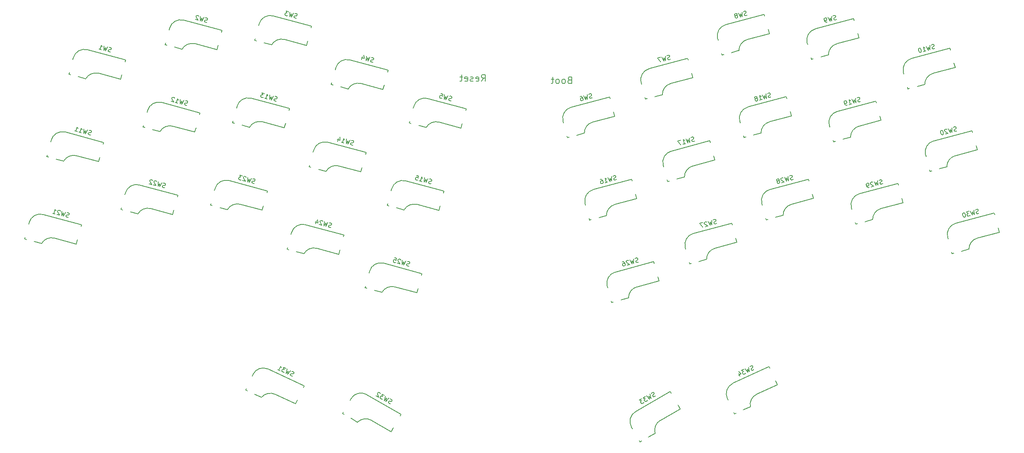
<source format=gbr>
%TF.GenerationSoftware,KiCad,Pcbnew,7.0.1*%
%TF.CreationDate,2024-01-05T17:15:02-05:00*%
%TF.ProjectId,ch55p34,63683535-7033-4342-9e6b-696361645f70,rev?*%
%TF.SameCoordinates,Original*%
%TF.FileFunction,Legend,Bot*%
%TF.FilePolarity,Positive*%
%FSLAX46Y46*%
G04 Gerber Fmt 4.6, Leading zero omitted, Abs format (unit mm)*
G04 Created by KiCad (PCBNEW 7.0.1) date 2024-01-05 17:15:02*
%MOMM*%
%LPD*%
G01*
G04 APERTURE LIST*
%ADD10C,0.150000*%
G04 APERTURE END LIST*
D10*
X148137714Y-41726428D02*
X148637714Y-41012142D01*
X148994857Y-41726428D02*
X148994857Y-40226428D01*
X148994857Y-40226428D02*
X148423428Y-40226428D01*
X148423428Y-40226428D02*
X148280571Y-40297857D01*
X148280571Y-40297857D02*
X148209142Y-40369285D01*
X148209142Y-40369285D02*
X148137714Y-40512142D01*
X148137714Y-40512142D02*
X148137714Y-40726428D01*
X148137714Y-40726428D02*
X148209142Y-40869285D01*
X148209142Y-40869285D02*
X148280571Y-40940714D01*
X148280571Y-40940714D02*
X148423428Y-41012142D01*
X148423428Y-41012142D02*
X148994857Y-41012142D01*
X146923428Y-41655000D02*
X147066285Y-41726428D01*
X147066285Y-41726428D02*
X147352000Y-41726428D01*
X147352000Y-41726428D02*
X147494857Y-41655000D01*
X147494857Y-41655000D02*
X147566285Y-41512142D01*
X147566285Y-41512142D02*
X147566285Y-40940714D01*
X147566285Y-40940714D02*
X147494857Y-40797857D01*
X147494857Y-40797857D02*
X147352000Y-40726428D01*
X147352000Y-40726428D02*
X147066285Y-40726428D01*
X147066285Y-40726428D02*
X146923428Y-40797857D01*
X146923428Y-40797857D02*
X146852000Y-40940714D01*
X146852000Y-40940714D02*
X146852000Y-41083571D01*
X146852000Y-41083571D02*
X147566285Y-41226428D01*
X146280571Y-41655000D02*
X146137714Y-41726428D01*
X146137714Y-41726428D02*
X145852000Y-41726428D01*
X145852000Y-41726428D02*
X145709143Y-41655000D01*
X145709143Y-41655000D02*
X145637714Y-41512142D01*
X145637714Y-41512142D02*
X145637714Y-41440714D01*
X145637714Y-41440714D02*
X145709143Y-41297857D01*
X145709143Y-41297857D02*
X145852000Y-41226428D01*
X145852000Y-41226428D02*
X146066286Y-41226428D01*
X146066286Y-41226428D02*
X146209143Y-41155000D01*
X146209143Y-41155000D02*
X146280571Y-41012142D01*
X146280571Y-41012142D02*
X146280571Y-40940714D01*
X146280571Y-40940714D02*
X146209143Y-40797857D01*
X146209143Y-40797857D02*
X146066286Y-40726428D01*
X146066286Y-40726428D02*
X145852000Y-40726428D01*
X145852000Y-40726428D02*
X145709143Y-40797857D01*
X144423428Y-41655000D02*
X144566285Y-41726428D01*
X144566285Y-41726428D02*
X144852000Y-41726428D01*
X144852000Y-41726428D02*
X144994857Y-41655000D01*
X144994857Y-41655000D02*
X145066285Y-41512142D01*
X145066285Y-41512142D02*
X145066285Y-40940714D01*
X145066285Y-40940714D02*
X144994857Y-40797857D01*
X144994857Y-40797857D02*
X144852000Y-40726428D01*
X144852000Y-40726428D02*
X144566285Y-40726428D01*
X144566285Y-40726428D02*
X144423428Y-40797857D01*
X144423428Y-40797857D02*
X144352000Y-40940714D01*
X144352000Y-40940714D02*
X144352000Y-41083571D01*
X144352000Y-41083571D02*
X145066285Y-41226428D01*
X143923428Y-40726428D02*
X143352000Y-40726428D01*
X143709143Y-40226428D02*
X143709143Y-41512142D01*
X143709143Y-41512142D02*
X143637714Y-41655000D01*
X143637714Y-41655000D02*
X143494857Y-41726428D01*
X143494857Y-41726428D02*
X143352000Y-41726428D01*
X167798857Y-41448714D02*
X167584571Y-41520142D01*
X167584571Y-41520142D02*
X167513142Y-41591571D01*
X167513142Y-41591571D02*
X167441714Y-41734428D01*
X167441714Y-41734428D02*
X167441714Y-41948714D01*
X167441714Y-41948714D02*
X167513142Y-42091571D01*
X167513142Y-42091571D02*
X167584571Y-42163000D01*
X167584571Y-42163000D02*
X167727428Y-42234428D01*
X167727428Y-42234428D02*
X168298857Y-42234428D01*
X168298857Y-42234428D02*
X168298857Y-40734428D01*
X168298857Y-40734428D02*
X167798857Y-40734428D01*
X167798857Y-40734428D02*
X167656000Y-40805857D01*
X167656000Y-40805857D02*
X167584571Y-40877285D01*
X167584571Y-40877285D02*
X167513142Y-41020142D01*
X167513142Y-41020142D02*
X167513142Y-41163000D01*
X167513142Y-41163000D02*
X167584571Y-41305857D01*
X167584571Y-41305857D02*
X167656000Y-41377285D01*
X167656000Y-41377285D02*
X167798857Y-41448714D01*
X167798857Y-41448714D02*
X168298857Y-41448714D01*
X166584571Y-42234428D02*
X166727428Y-42163000D01*
X166727428Y-42163000D02*
X166798857Y-42091571D01*
X166798857Y-42091571D02*
X166870285Y-41948714D01*
X166870285Y-41948714D02*
X166870285Y-41520142D01*
X166870285Y-41520142D02*
X166798857Y-41377285D01*
X166798857Y-41377285D02*
X166727428Y-41305857D01*
X166727428Y-41305857D02*
X166584571Y-41234428D01*
X166584571Y-41234428D02*
X166370285Y-41234428D01*
X166370285Y-41234428D02*
X166227428Y-41305857D01*
X166227428Y-41305857D02*
X166156000Y-41377285D01*
X166156000Y-41377285D02*
X166084571Y-41520142D01*
X166084571Y-41520142D02*
X166084571Y-41948714D01*
X166084571Y-41948714D02*
X166156000Y-42091571D01*
X166156000Y-42091571D02*
X166227428Y-42163000D01*
X166227428Y-42163000D02*
X166370285Y-42234428D01*
X166370285Y-42234428D02*
X166584571Y-42234428D01*
X165227428Y-42234428D02*
X165370285Y-42163000D01*
X165370285Y-42163000D02*
X165441714Y-42091571D01*
X165441714Y-42091571D02*
X165513142Y-41948714D01*
X165513142Y-41948714D02*
X165513142Y-41520142D01*
X165513142Y-41520142D02*
X165441714Y-41377285D01*
X165441714Y-41377285D02*
X165370285Y-41305857D01*
X165370285Y-41305857D02*
X165227428Y-41234428D01*
X165227428Y-41234428D02*
X165013142Y-41234428D01*
X165013142Y-41234428D02*
X164870285Y-41305857D01*
X164870285Y-41305857D02*
X164798857Y-41377285D01*
X164798857Y-41377285D02*
X164727428Y-41520142D01*
X164727428Y-41520142D02*
X164727428Y-41948714D01*
X164727428Y-41948714D02*
X164798857Y-42091571D01*
X164798857Y-42091571D02*
X164870285Y-42163000D01*
X164870285Y-42163000D02*
X165013142Y-42234428D01*
X165013142Y-42234428D02*
X165227428Y-42234428D01*
X164298856Y-41234428D02*
X163727428Y-41234428D01*
X164084571Y-40734428D02*
X164084571Y-42020142D01*
X164084571Y-42020142D02*
X164013142Y-42163000D01*
X164013142Y-42163000D02*
X163870285Y-42234428D01*
X163870285Y-42234428D02*
X163727428Y-42234428D01*
%TO.C,SW34*%
X208967835Y-106065580D02*
X208858487Y-106169112D01*
X208858487Y-106169112D02*
X208642699Y-106269735D01*
X208642699Y-106269735D02*
X208536259Y-106266827D01*
X208536259Y-106266827D02*
X208472977Y-106243794D01*
X208472977Y-106243794D02*
X208389570Y-106177604D01*
X208389570Y-106177604D02*
X208349321Y-106091289D01*
X208349321Y-106091289D02*
X208352229Y-105984849D01*
X208352229Y-105984849D02*
X208375262Y-105921567D01*
X208375262Y-105921567D02*
X208441452Y-105838160D01*
X208441452Y-105838160D02*
X208593958Y-105714504D01*
X208593958Y-105714504D02*
X208660148Y-105631097D01*
X208660148Y-105631097D02*
X208683181Y-105567815D01*
X208683181Y-105567815D02*
X208686089Y-105461375D01*
X208686089Y-105461375D02*
X208645840Y-105375060D01*
X208645840Y-105375060D02*
X208562433Y-105308870D01*
X208562433Y-105308870D02*
X208499151Y-105285837D01*
X208499151Y-105285837D02*
X208392711Y-105282929D01*
X208392711Y-105282929D02*
X208176923Y-105383552D01*
X208176923Y-105383552D02*
X208067576Y-105487084D01*
X207745348Y-105584799D02*
X207952179Y-106591730D01*
X207952179Y-106591730D02*
X207477679Y-106024866D01*
X207477679Y-106024866D02*
X207606919Y-106752728D01*
X207606919Y-106752728D02*
X206968513Y-105947043D01*
X206709568Y-106067791D02*
X206148520Y-106329412D01*
X206148520Y-106329412D02*
X206611620Y-106533799D01*
X206611620Y-106533799D02*
X206482148Y-106594174D01*
X206482148Y-106594174D02*
X206415957Y-106677580D01*
X206415957Y-106677580D02*
X206392925Y-106740863D01*
X206392925Y-106740863D02*
X206390016Y-106847302D01*
X206390016Y-106847302D02*
X206490640Y-107063090D01*
X206490640Y-107063090D02*
X206574047Y-107129280D01*
X206574047Y-107129280D02*
X206637329Y-107152313D01*
X206637329Y-107152313D02*
X206743769Y-107155221D01*
X206743769Y-107155221D02*
X207002714Y-107034473D01*
X207002714Y-107034473D02*
X207068904Y-106951066D01*
X207068904Y-106951066D02*
X207091937Y-106887784D01*
X205512558Y-106993759D02*
X205794303Y-107597964D01*
X205567348Y-106547875D02*
X206085006Y-107094615D01*
X206085006Y-107094615D02*
X205523958Y-107356236D01*
%TO.C,SW33*%
X186989605Y-111948330D02*
X186889697Y-112060998D01*
X186889697Y-112060998D02*
X186683500Y-112180046D01*
X186683500Y-112180046D02*
X186577212Y-112186425D01*
X186577212Y-112186425D02*
X186512163Y-112168996D01*
X186512163Y-112168996D02*
X186423305Y-112110327D01*
X186423305Y-112110327D02*
X186375686Y-112027848D01*
X186375686Y-112027848D02*
X186369306Y-111921560D01*
X186369306Y-111921560D02*
X186386736Y-111856511D01*
X186386736Y-111856511D02*
X186445405Y-111767653D01*
X186445405Y-111767653D02*
X186586553Y-111631175D01*
X186586553Y-111631175D02*
X186645222Y-111542317D01*
X186645222Y-111542317D02*
X186662651Y-111477268D01*
X186662651Y-111477268D02*
X186656272Y-111370980D01*
X186656272Y-111370980D02*
X186608653Y-111288501D01*
X186608653Y-111288501D02*
X186519794Y-111229832D01*
X186519794Y-111229832D02*
X186454746Y-111212402D01*
X186454746Y-111212402D02*
X186348457Y-111218782D01*
X186348457Y-111218782D02*
X186142261Y-111337830D01*
X186142261Y-111337830D02*
X186042352Y-111450498D01*
X185729868Y-111575925D02*
X186023671Y-112560998D01*
X186023671Y-112560998D02*
X185501571Y-112037647D01*
X185501571Y-112037647D02*
X185693757Y-112751474D01*
X185693757Y-112751474D02*
X184987560Y-112004496D01*
X184740125Y-112147354D02*
X184204014Y-112456877D01*
X184204014Y-112456877D02*
X184683165Y-112620125D01*
X184683165Y-112620125D02*
X184559447Y-112691554D01*
X184559447Y-112691554D02*
X184500778Y-112780412D01*
X184500778Y-112780412D02*
X184483348Y-112845461D01*
X184483348Y-112845461D02*
X184489728Y-112951749D01*
X184489728Y-112951749D02*
X184608776Y-113157946D01*
X184608776Y-113157946D02*
X184697634Y-113216615D01*
X184697634Y-113216615D02*
X184762683Y-113234044D01*
X184762683Y-113234044D02*
X184868971Y-113227665D01*
X184868971Y-113227665D02*
X185116407Y-113084807D01*
X185116407Y-113084807D02*
X185175076Y-112995949D01*
X185175076Y-112995949D02*
X185192506Y-112930900D01*
X183915338Y-112623544D02*
X183379227Y-112933068D01*
X183379227Y-112933068D02*
X183858379Y-113096316D01*
X183858379Y-113096316D02*
X183734661Y-113167744D01*
X183734661Y-113167744D02*
X183675992Y-113256603D01*
X183675992Y-113256603D02*
X183658562Y-113321651D01*
X183658562Y-113321651D02*
X183664942Y-113427939D01*
X183664942Y-113427939D02*
X183783989Y-113634136D01*
X183783989Y-113634136D02*
X183872848Y-113692805D01*
X183872848Y-113692805D02*
X183937897Y-113710235D01*
X183937897Y-113710235D02*
X184044185Y-113703855D01*
X184044185Y-113703855D02*
X184291621Y-113560998D01*
X184291621Y-113560998D02*
X184350290Y-113472140D01*
X184350290Y-113472140D02*
X184367719Y-113407091D01*
%TO.C,SW32*%
X127802581Y-113757854D02*
X127655054Y-113727665D01*
X127655054Y-113727665D02*
X127448857Y-113608617D01*
X127448857Y-113608617D02*
X127390188Y-113519759D01*
X127390188Y-113519759D02*
X127372758Y-113454710D01*
X127372758Y-113454710D02*
X127379138Y-113348422D01*
X127379138Y-113348422D02*
X127426757Y-113265943D01*
X127426757Y-113265943D02*
X127515615Y-113207274D01*
X127515615Y-113207274D02*
X127580664Y-113189844D01*
X127580664Y-113189844D02*
X127686952Y-113196224D01*
X127686952Y-113196224D02*
X127875719Y-113250223D01*
X127875719Y-113250223D02*
X127982007Y-113256603D01*
X127982007Y-113256603D02*
X128047056Y-113239173D01*
X128047056Y-113239173D02*
X128135914Y-113180504D01*
X128135914Y-113180504D02*
X128183533Y-113098025D01*
X128183533Y-113098025D02*
X128189913Y-112991737D01*
X128189913Y-112991737D02*
X128172483Y-112926688D01*
X128172483Y-112926688D02*
X128113814Y-112837830D01*
X128113814Y-112837830D02*
X127907618Y-112718782D01*
X127907618Y-112718782D02*
X127760090Y-112688593D01*
X127495225Y-112480687D02*
X126789028Y-113227665D01*
X126789028Y-113227665D02*
X126981214Y-112513837D01*
X126981214Y-112513837D02*
X126459114Y-113037188D01*
X126459114Y-113037188D02*
X126752917Y-112052115D01*
X126505482Y-111909258D02*
X125969371Y-111599735D01*
X125969371Y-111599735D02*
X126067570Y-112096316D01*
X126067570Y-112096316D02*
X125943852Y-112024887D01*
X125943852Y-112024887D02*
X125837563Y-112018507D01*
X125837563Y-112018507D02*
X125772515Y-112035937D01*
X125772515Y-112035937D02*
X125683656Y-112094606D01*
X125683656Y-112094606D02*
X125564609Y-112300803D01*
X125564609Y-112300803D02*
X125558229Y-112407091D01*
X125558229Y-112407091D02*
X125575659Y-112472140D01*
X125575659Y-112472140D02*
X125634328Y-112560998D01*
X125634328Y-112560998D02*
X125881764Y-112703855D01*
X125881764Y-112703855D02*
X125988052Y-112710235D01*
X125988052Y-112710235D02*
X126053101Y-112692805D01*
X125591837Y-111491737D02*
X125574407Y-111426688D01*
X125574407Y-111426688D02*
X125515738Y-111337830D01*
X125515738Y-111337830D02*
X125309542Y-111218782D01*
X125309542Y-111218782D02*
X125203254Y-111212402D01*
X125203254Y-111212402D02*
X125138205Y-111229832D01*
X125138205Y-111229832D02*
X125049346Y-111288501D01*
X125049346Y-111288501D02*
X125001727Y-111370980D01*
X125001727Y-111370980D02*
X124971538Y-111518507D01*
X124971538Y-111518507D02*
X125180695Y-112299093D01*
X125180695Y-112299093D02*
X124644584Y-111989569D01*
%TO.C,SW31*%
X105970135Y-107595057D02*
X105820538Y-107577841D01*
X105820538Y-107577841D02*
X105604751Y-107477217D01*
X105604751Y-107477217D02*
X105538560Y-107393810D01*
X105538560Y-107393810D02*
X105515527Y-107330528D01*
X105515527Y-107330528D02*
X105512619Y-107224088D01*
X105512619Y-107224088D02*
X105552869Y-107137773D01*
X105552869Y-107137773D02*
X105636276Y-107071583D01*
X105636276Y-107071583D02*
X105699558Y-107048550D01*
X105699558Y-107048550D02*
X105805997Y-107045642D01*
X105805997Y-107045642D02*
X105998752Y-107082983D01*
X105998752Y-107082983D02*
X106105192Y-107080075D01*
X106105192Y-107080075D02*
X106168474Y-107057042D01*
X106168474Y-107057042D02*
X106251881Y-106990852D01*
X106251881Y-106990852D02*
X106292130Y-106904537D01*
X106292130Y-106904537D02*
X106289222Y-106798097D01*
X106289222Y-106798097D02*
X106266189Y-106734815D01*
X106266189Y-106734815D02*
X106199999Y-106651408D01*
X106199999Y-106651408D02*
X105984211Y-106550785D01*
X105984211Y-106550785D02*
X105834614Y-106533568D01*
X105552636Y-106349538D02*
X104914230Y-107155222D01*
X104914230Y-107155222D02*
X105043471Y-106427361D01*
X105043471Y-106427361D02*
X104568970Y-106994225D01*
X104568970Y-106994225D02*
X104775801Y-105987294D01*
X104516856Y-105866546D02*
X103955808Y-105604925D01*
X103955808Y-105604925D02*
X104096914Y-106091058D01*
X104096914Y-106091058D02*
X103967441Y-106030684D01*
X103967441Y-106030684D02*
X103861001Y-106033592D01*
X103861001Y-106033592D02*
X103797719Y-106056625D01*
X103797719Y-106056625D02*
X103714312Y-106122815D01*
X103714312Y-106122815D02*
X103613689Y-106338603D01*
X103613689Y-106338603D02*
X103616597Y-106445042D01*
X103616597Y-106445042D02*
X103639630Y-106508324D01*
X103639630Y-106508324D02*
X103705820Y-106591731D01*
X103705820Y-106591731D02*
X103964765Y-106712479D01*
X103964765Y-106712479D02*
X104071205Y-106709571D01*
X104071205Y-106709571D02*
X104134487Y-106686538D01*
X102670040Y-106108739D02*
X103187930Y-106350235D01*
X102928985Y-106229487D02*
X103351603Y-105323179D01*
X103351603Y-105323179D02*
X103377544Y-105492901D01*
X103377544Y-105492901D02*
X103423610Y-105619466D01*
X103423610Y-105619466D02*
X103489800Y-105702872D01*
%TO.C,SW30*%
X259185765Y-71168239D02*
X259060100Y-71251210D01*
X259060100Y-71251210D02*
X258830118Y-71312834D01*
X258830118Y-71312834D02*
X258725801Y-71291487D01*
X258725801Y-71291487D02*
X258667479Y-71257815D01*
X258667479Y-71257815D02*
X258596833Y-71178147D01*
X258596833Y-71178147D02*
X258572184Y-71086154D01*
X258572184Y-71086154D02*
X258593531Y-70981836D01*
X258593531Y-70981836D02*
X258627203Y-70923515D01*
X258627203Y-70923515D02*
X258706871Y-70852869D01*
X258706871Y-70852869D02*
X258878532Y-70757574D01*
X258878532Y-70757574D02*
X258958200Y-70686928D01*
X258958200Y-70686928D02*
X258991872Y-70628607D01*
X258991872Y-70628607D02*
X259013219Y-70524289D01*
X259013219Y-70524289D02*
X258988570Y-70432296D01*
X258988570Y-70432296D02*
X258917924Y-70352628D01*
X258917924Y-70352628D02*
X258859603Y-70318956D01*
X258859603Y-70318956D02*
X258755285Y-70297609D01*
X258755285Y-70297609D02*
X258525303Y-70359233D01*
X258525303Y-70359233D02*
X258399638Y-70442203D01*
X258065338Y-70482480D02*
X258094175Y-71510029D01*
X258094175Y-71510029D02*
X257725318Y-70869381D01*
X257725318Y-70869381D02*
X257726203Y-71608627D01*
X257726203Y-71608627D02*
X257237401Y-70704325D01*
X256961423Y-70778273D02*
X256363469Y-70938494D01*
X256363469Y-70938494D02*
X256784042Y-71220193D01*
X256784042Y-71220193D02*
X256646052Y-71257167D01*
X256646052Y-71257167D02*
X256566384Y-71327813D01*
X256566384Y-71327813D02*
X256532712Y-71386134D01*
X256532712Y-71386134D02*
X256511365Y-71490452D01*
X256511365Y-71490452D02*
X256572989Y-71720434D01*
X256572989Y-71720434D02*
X256643635Y-71800102D01*
X256643635Y-71800102D02*
X256701956Y-71833774D01*
X256701956Y-71833774D02*
X256806274Y-71855121D01*
X256806274Y-71855121D02*
X257082252Y-71781173D01*
X257082252Y-71781173D02*
X257161921Y-71710527D01*
X257161921Y-71710527D02*
X257195592Y-71652206D01*
X255765515Y-71098716D02*
X255673522Y-71123365D01*
X255673522Y-71123365D02*
X255593853Y-71194011D01*
X255593853Y-71194011D02*
X255560182Y-71252332D01*
X255560182Y-71252332D02*
X255538835Y-71356650D01*
X255538835Y-71356650D02*
X255542137Y-71552960D01*
X255542137Y-71552960D02*
X255603761Y-71782943D01*
X255603761Y-71782943D02*
X255699056Y-71954604D01*
X255699056Y-71954604D02*
X255769702Y-72034272D01*
X255769702Y-72034272D02*
X255828023Y-72067944D01*
X255828023Y-72067944D02*
X255932341Y-72089291D01*
X255932341Y-72089291D02*
X256024334Y-72064641D01*
X256024334Y-72064641D02*
X256104002Y-71993995D01*
X256104002Y-71993995D02*
X256137674Y-71935674D01*
X256137674Y-71935674D02*
X256159021Y-71831357D01*
X256159021Y-71831357D02*
X256155718Y-71635046D01*
X256155718Y-71635046D02*
X256094095Y-71405064D01*
X256094095Y-71405064D02*
X255998799Y-71233403D01*
X255998799Y-71233403D02*
X255928153Y-71153734D01*
X255928153Y-71153734D02*
X255869832Y-71120063D01*
X255869832Y-71120063D02*
X255765515Y-71098716D01*
%TO.C,SW29*%
X237695096Y-64567519D02*
X237569431Y-64650490D01*
X237569431Y-64650490D02*
X237339449Y-64712114D01*
X237339449Y-64712114D02*
X237235132Y-64690767D01*
X237235132Y-64690767D02*
X237176810Y-64657095D01*
X237176810Y-64657095D02*
X237106164Y-64577427D01*
X237106164Y-64577427D02*
X237081515Y-64485434D01*
X237081515Y-64485434D02*
X237102862Y-64381116D01*
X237102862Y-64381116D02*
X237136534Y-64322795D01*
X237136534Y-64322795D02*
X237216202Y-64252149D01*
X237216202Y-64252149D02*
X237387863Y-64156854D01*
X237387863Y-64156854D02*
X237467531Y-64086208D01*
X237467531Y-64086208D02*
X237501203Y-64027887D01*
X237501203Y-64027887D02*
X237522550Y-63923569D01*
X237522550Y-63923569D02*
X237497901Y-63831576D01*
X237497901Y-63831576D02*
X237427255Y-63751908D01*
X237427255Y-63751908D02*
X237368934Y-63718236D01*
X237368934Y-63718236D02*
X237264616Y-63696889D01*
X237264616Y-63696889D02*
X237034634Y-63758513D01*
X237034634Y-63758513D02*
X236908969Y-63841483D01*
X236574669Y-63881760D02*
X236603506Y-64909309D01*
X236603506Y-64909309D02*
X236234649Y-64268661D01*
X236234649Y-64268661D02*
X236235534Y-65007907D01*
X236235534Y-65007907D02*
X235746732Y-64103605D01*
X235449407Y-64281871D02*
X235391086Y-64248199D01*
X235391086Y-64248199D02*
X235286768Y-64226852D01*
X235286768Y-64226852D02*
X235056786Y-64288475D01*
X235056786Y-64288475D02*
X234977117Y-64359121D01*
X234977117Y-64359121D02*
X234943446Y-64417442D01*
X234943446Y-64417442D02*
X234922099Y-64521760D01*
X234922099Y-64521760D02*
X234946748Y-64613753D01*
X234946748Y-64613753D02*
X235029719Y-64739418D01*
X235029719Y-64739418D02*
X235729573Y-65143479D01*
X235729573Y-65143479D02*
X235131619Y-65303700D01*
X234671654Y-65426947D02*
X234487668Y-65476246D01*
X234487668Y-65476246D02*
X234383351Y-65454899D01*
X234383351Y-65454899D02*
X234325029Y-65421227D01*
X234325029Y-65421227D02*
X234196062Y-65307887D01*
X234196062Y-65307887D02*
X234100767Y-65136226D01*
X234100767Y-65136226D02*
X234002169Y-64768254D01*
X234002169Y-64768254D02*
X234023516Y-64663937D01*
X234023516Y-64663937D02*
X234057188Y-64605616D01*
X234057188Y-64605616D02*
X234136856Y-64534970D01*
X234136856Y-64534970D02*
X234320842Y-64485671D01*
X234320842Y-64485671D02*
X234425160Y-64507018D01*
X234425160Y-64507018D02*
X234483481Y-64540690D01*
X234483481Y-64540690D02*
X234554127Y-64620358D01*
X234554127Y-64620358D02*
X234615750Y-64850340D01*
X234615750Y-64850340D02*
X234594403Y-64954658D01*
X234594403Y-64954658D02*
X234560732Y-65012979D01*
X234560732Y-65012979D02*
X234481063Y-65083625D01*
X234481063Y-65083625D02*
X234297078Y-65132924D01*
X234297078Y-65132924D02*
X234192760Y-65111577D01*
X234192760Y-65111577D02*
X234134439Y-65077905D01*
X234134439Y-65077905D02*
X234063793Y-64998237D01*
%TO.C,SW28*%
X217716448Y-63609738D02*
X217590783Y-63692709D01*
X217590783Y-63692709D02*
X217360801Y-63754333D01*
X217360801Y-63754333D02*
X217256484Y-63732986D01*
X217256484Y-63732986D02*
X217198162Y-63699314D01*
X217198162Y-63699314D02*
X217127516Y-63619646D01*
X217127516Y-63619646D02*
X217102867Y-63527653D01*
X217102867Y-63527653D02*
X217124214Y-63423335D01*
X217124214Y-63423335D02*
X217157886Y-63365014D01*
X217157886Y-63365014D02*
X217237554Y-63294368D01*
X217237554Y-63294368D02*
X217409215Y-63199073D01*
X217409215Y-63199073D02*
X217488883Y-63128427D01*
X217488883Y-63128427D02*
X217522555Y-63070106D01*
X217522555Y-63070106D02*
X217543902Y-62965788D01*
X217543902Y-62965788D02*
X217519253Y-62873795D01*
X217519253Y-62873795D02*
X217448607Y-62794127D01*
X217448607Y-62794127D02*
X217390286Y-62760455D01*
X217390286Y-62760455D02*
X217285968Y-62739108D01*
X217285968Y-62739108D02*
X217055986Y-62800732D01*
X217055986Y-62800732D02*
X216930321Y-62883702D01*
X216596021Y-62923979D02*
X216624858Y-63951528D01*
X216624858Y-63951528D02*
X216256001Y-63310880D01*
X216256001Y-63310880D02*
X216256886Y-64050126D01*
X216256886Y-64050126D02*
X215768084Y-63145824D01*
X215470759Y-63324090D02*
X215412438Y-63290418D01*
X215412438Y-63290418D02*
X215308120Y-63269071D01*
X215308120Y-63269071D02*
X215078138Y-63330694D01*
X215078138Y-63330694D02*
X214998469Y-63401340D01*
X214998469Y-63401340D02*
X214964798Y-63459661D01*
X214964798Y-63459661D02*
X214943451Y-63563979D01*
X214943451Y-63563979D02*
X214968100Y-63655972D01*
X214968100Y-63655972D02*
X215051071Y-63781637D01*
X215051071Y-63781637D02*
X215750925Y-64185698D01*
X215750925Y-64185698D02*
X215152971Y-64345919D01*
X214453117Y-63941858D02*
X214532785Y-63871212D01*
X214532785Y-63871212D02*
X214566457Y-63812891D01*
X214566457Y-63812891D02*
X214587804Y-63708573D01*
X214587804Y-63708573D02*
X214575479Y-63662577D01*
X214575479Y-63662577D02*
X214504833Y-63582909D01*
X214504833Y-63582909D02*
X214446512Y-63549237D01*
X214446512Y-63549237D02*
X214342194Y-63527890D01*
X214342194Y-63527890D02*
X214158208Y-63577189D01*
X214158208Y-63577189D02*
X214078540Y-63647835D01*
X214078540Y-63647835D02*
X214044868Y-63706156D01*
X214044868Y-63706156D02*
X214023521Y-63810473D01*
X214023521Y-63810473D02*
X214035846Y-63856470D01*
X214035846Y-63856470D02*
X214106492Y-63936138D01*
X214106492Y-63936138D02*
X214164813Y-63969810D01*
X214164813Y-63969810D02*
X214269131Y-63991157D01*
X214269131Y-63991157D02*
X214453117Y-63941858D01*
X214453117Y-63941858D02*
X214557434Y-63963205D01*
X214557434Y-63963205D02*
X214615755Y-63996877D01*
X214615755Y-63996877D02*
X214686401Y-64076545D01*
X214686401Y-64076545D02*
X214735700Y-64260531D01*
X214735700Y-64260531D02*
X214714353Y-64364849D01*
X214714353Y-64364849D02*
X214680681Y-64423170D01*
X214680681Y-64423170D02*
X214601013Y-64493816D01*
X214601013Y-64493816D02*
X214417027Y-64543115D01*
X214417027Y-64543115D02*
X214312710Y-64521767D01*
X214312710Y-64521767D02*
X214254388Y-64488096D01*
X214254388Y-64488096D02*
X214183743Y-64408428D01*
X214183743Y-64408428D02*
X214134444Y-64224442D01*
X214134444Y-64224442D02*
X214155791Y-64120124D01*
X214155791Y-64120124D02*
X214189462Y-64061803D01*
X214189462Y-64061803D02*
X214269131Y-63991157D01*
%TO.C,SW27*%
X200630362Y-73447144D02*
X200504697Y-73530115D01*
X200504697Y-73530115D02*
X200274715Y-73591739D01*
X200274715Y-73591739D02*
X200170398Y-73570392D01*
X200170398Y-73570392D02*
X200112076Y-73536720D01*
X200112076Y-73536720D02*
X200041430Y-73457052D01*
X200041430Y-73457052D02*
X200016781Y-73365059D01*
X200016781Y-73365059D02*
X200038128Y-73260741D01*
X200038128Y-73260741D02*
X200071800Y-73202420D01*
X200071800Y-73202420D02*
X200151468Y-73131774D01*
X200151468Y-73131774D02*
X200323129Y-73036479D01*
X200323129Y-73036479D02*
X200402797Y-72965833D01*
X200402797Y-72965833D02*
X200436469Y-72907512D01*
X200436469Y-72907512D02*
X200457816Y-72803194D01*
X200457816Y-72803194D02*
X200433167Y-72711201D01*
X200433167Y-72711201D02*
X200362521Y-72631533D01*
X200362521Y-72631533D02*
X200304200Y-72597861D01*
X200304200Y-72597861D02*
X200199882Y-72576514D01*
X200199882Y-72576514D02*
X199969900Y-72638138D01*
X199969900Y-72638138D02*
X199844235Y-72721108D01*
X199509935Y-72761385D02*
X199538772Y-73788934D01*
X199538772Y-73788934D02*
X199169915Y-73148286D01*
X199169915Y-73148286D02*
X199170800Y-73887532D01*
X199170800Y-73887532D02*
X198681998Y-72983230D01*
X198384673Y-73161496D02*
X198326352Y-73127824D01*
X198326352Y-73127824D02*
X198222034Y-73106477D01*
X198222034Y-73106477D02*
X197992052Y-73168100D01*
X197992052Y-73168100D02*
X197912383Y-73238746D01*
X197912383Y-73238746D02*
X197878712Y-73297067D01*
X197878712Y-73297067D02*
X197857365Y-73401385D01*
X197857365Y-73401385D02*
X197882014Y-73493378D01*
X197882014Y-73493378D02*
X197964985Y-73619043D01*
X197964985Y-73619043D02*
X198664839Y-74023104D01*
X198664839Y-74023104D02*
X198066885Y-74183325D01*
X197486090Y-73303672D02*
X196842140Y-73476218D01*
X196842140Y-73476218D02*
X197514927Y-74331222D01*
%TO.C,SW26*%
X183215576Y-82057824D02*
X183089911Y-82140795D01*
X183089911Y-82140795D02*
X182859929Y-82202419D01*
X182859929Y-82202419D02*
X182755612Y-82181072D01*
X182755612Y-82181072D02*
X182697290Y-82147400D01*
X182697290Y-82147400D02*
X182626644Y-82067732D01*
X182626644Y-82067732D02*
X182601995Y-81975739D01*
X182601995Y-81975739D02*
X182623342Y-81871421D01*
X182623342Y-81871421D02*
X182657014Y-81813100D01*
X182657014Y-81813100D02*
X182736682Y-81742454D01*
X182736682Y-81742454D02*
X182908343Y-81647159D01*
X182908343Y-81647159D02*
X182988011Y-81576513D01*
X182988011Y-81576513D02*
X183021683Y-81518192D01*
X183021683Y-81518192D02*
X183043030Y-81413874D01*
X183043030Y-81413874D02*
X183018381Y-81321881D01*
X183018381Y-81321881D02*
X182947735Y-81242213D01*
X182947735Y-81242213D02*
X182889414Y-81208541D01*
X182889414Y-81208541D02*
X182785096Y-81187194D01*
X182785096Y-81187194D02*
X182555114Y-81248818D01*
X182555114Y-81248818D02*
X182429449Y-81331788D01*
X182095149Y-81372065D02*
X182123986Y-82399614D01*
X182123986Y-82399614D02*
X181755129Y-81758966D01*
X181755129Y-81758966D02*
X181756014Y-82498212D01*
X181756014Y-82498212D02*
X181267212Y-81593910D01*
X180969887Y-81772176D02*
X180911566Y-81738504D01*
X180911566Y-81738504D02*
X180807248Y-81717157D01*
X180807248Y-81717157D02*
X180577266Y-81778780D01*
X180577266Y-81778780D02*
X180497597Y-81849426D01*
X180497597Y-81849426D02*
X180463926Y-81907747D01*
X180463926Y-81907747D02*
X180442579Y-82012065D01*
X180442579Y-82012065D02*
X180467228Y-82104058D01*
X180467228Y-82104058D02*
X180550199Y-82229723D01*
X180550199Y-82229723D02*
X181250053Y-82633784D01*
X181250053Y-82633784D02*
X180652099Y-82794005D01*
X179565343Y-82049924D02*
X179749329Y-82000625D01*
X179749329Y-82000625D02*
X179853647Y-82021972D01*
X179853647Y-82021972D02*
X179911968Y-82055644D01*
X179911968Y-82055644D02*
X180040935Y-82168984D01*
X180040935Y-82168984D02*
X180136230Y-82340645D01*
X180136230Y-82340645D02*
X180234828Y-82708617D01*
X180234828Y-82708617D02*
X180213481Y-82812935D01*
X180213481Y-82812935D02*
X180179809Y-82871256D01*
X180179809Y-82871256D02*
X180100141Y-82941902D01*
X180100141Y-82941902D02*
X179916155Y-82991201D01*
X179916155Y-82991201D02*
X179811838Y-82969853D01*
X179811838Y-82969853D02*
X179753516Y-82936182D01*
X179753516Y-82936182D02*
X179682871Y-82856514D01*
X179682871Y-82856514D02*
X179621247Y-82626531D01*
X179621247Y-82626531D02*
X179642594Y-82522214D01*
X179642594Y-82522214D02*
X179676266Y-82463892D01*
X179676266Y-82463892D02*
X179755934Y-82393246D01*
X179755934Y-82393246D02*
X179939920Y-82343948D01*
X179939920Y-82343948D02*
X180044237Y-82365295D01*
X180044237Y-82365295D02*
X180102559Y-82398966D01*
X180102559Y-82398966D02*
X180173205Y-82478635D01*
%TO.C,SW25*%
X131938154Y-82994503D02*
X131787840Y-83003525D01*
X131787840Y-83003525D02*
X131557858Y-82941902D01*
X131557858Y-82941902D02*
X131478190Y-82871256D01*
X131478190Y-82871256D02*
X131444518Y-82812935D01*
X131444518Y-82812935D02*
X131423171Y-82708617D01*
X131423171Y-82708617D02*
X131447820Y-82616624D01*
X131447820Y-82616624D02*
X131518466Y-82536956D01*
X131518466Y-82536956D02*
X131576787Y-82503284D01*
X131576787Y-82503284D02*
X131681105Y-82481937D01*
X131681105Y-82481937D02*
X131877416Y-82485239D01*
X131877416Y-82485239D02*
X131981733Y-82463892D01*
X131981733Y-82463892D02*
X132040055Y-82430221D01*
X132040055Y-82430221D02*
X132110700Y-82350552D01*
X132110700Y-82350552D02*
X132135350Y-82258559D01*
X132135350Y-82258559D02*
X132114003Y-82154242D01*
X132114003Y-82154242D02*
X132080331Y-82095921D01*
X132080331Y-82095921D02*
X132000663Y-82025275D01*
X132000663Y-82025275D02*
X131770680Y-81963651D01*
X131770680Y-81963651D02*
X131620366Y-81972673D01*
X131310716Y-81840404D02*
X130821914Y-82744706D01*
X130821914Y-82744706D02*
X130822799Y-82005460D01*
X130822799Y-82005460D02*
X130453943Y-82646108D01*
X130453943Y-82646108D02*
X130482779Y-81618559D01*
X130136155Y-81624279D02*
X130102483Y-81565958D01*
X130102483Y-81565958D02*
X130022815Y-81495312D01*
X130022815Y-81495312D02*
X129792832Y-81433688D01*
X129792832Y-81433688D02*
X129688515Y-81455035D01*
X129688515Y-81455035D02*
X129630194Y-81488707D01*
X129630194Y-81488707D02*
X129559548Y-81568375D01*
X129559548Y-81568375D02*
X129534898Y-81660368D01*
X129534898Y-81660368D02*
X129543921Y-81810682D01*
X129543921Y-81810682D02*
X129947982Y-82510537D01*
X129947982Y-82510537D02*
X129350028Y-82350315D01*
X128734914Y-81150220D02*
X129194878Y-81273467D01*
X129194878Y-81273467D02*
X129117628Y-81745756D01*
X129117628Y-81745756D02*
X129083956Y-81687435D01*
X129083956Y-81687435D02*
X129004288Y-81616789D01*
X129004288Y-81616789D02*
X128774305Y-81555166D01*
X128774305Y-81555166D02*
X128669988Y-81576513D01*
X128669988Y-81576513D02*
X128611666Y-81610185D01*
X128611666Y-81610185D02*
X128541021Y-81689853D01*
X128541021Y-81689853D02*
X128479397Y-81919835D01*
X128479397Y-81919835D02*
X128500744Y-82024153D01*
X128500744Y-82024153D02*
X128534416Y-82082474D01*
X128534416Y-82082474D02*
X128614084Y-82153120D01*
X128614084Y-82153120D02*
X128844066Y-82214743D01*
X128844066Y-82214743D02*
X128948384Y-82193396D01*
X128948384Y-82193396D02*
X129006705Y-82159725D01*
%TO.C,SW24*%
X114523368Y-74383823D02*
X114373054Y-74392845D01*
X114373054Y-74392845D02*
X114143072Y-74331222D01*
X114143072Y-74331222D02*
X114063404Y-74260576D01*
X114063404Y-74260576D02*
X114029732Y-74202255D01*
X114029732Y-74202255D02*
X114008385Y-74097937D01*
X114008385Y-74097937D02*
X114033034Y-74005944D01*
X114033034Y-74005944D02*
X114103680Y-73926276D01*
X114103680Y-73926276D02*
X114162001Y-73892604D01*
X114162001Y-73892604D02*
X114266319Y-73871257D01*
X114266319Y-73871257D02*
X114462630Y-73874559D01*
X114462630Y-73874559D02*
X114566947Y-73853212D01*
X114566947Y-73853212D02*
X114625269Y-73819541D01*
X114625269Y-73819541D02*
X114695914Y-73739872D01*
X114695914Y-73739872D02*
X114720564Y-73647879D01*
X114720564Y-73647879D02*
X114699217Y-73543562D01*
X114699217Y-73543562D02*
X114665545Y-73485241D01*
X114665545Y-73485241D02*
X114585877Y-73414595D01*
X114585877Y-73414595D02*
X114355894Y-73352971D01*
X114355894Y-73352971D02*
X114205580Y-73361993D01*
X113895930Y-73229724D02*
X113407128Y-74134026D01*
X113407128Y-74134026D02*
X113408013Y-73394780D01*
X113408013Y-73394780D02*
X113039157Y-74035428D01*
X113039157Y-74035428D02*
X113067993Y-73007879D01*
X112721369Y-73013599D02*
X112687697Y-72955278D01*
X112687697Y-72955278D02*
X112608029Y-72884632D01*
X112608029Y-72884632D02*
X112378046Y-72823008D01*
X112378046Y-72823008D02*
X112273729Y-72844355D01*
X112273729Y-72844355D02*
X112215408Y-72878027D01*
X112215408Y-72878027D02*
X112144762Y-72957695D01*
X112144762Y-72957695D02*
X112120112Y-73049688D01*
X112120112Y-73049688D02*
X112129135Y-73200002D01*
X112129135Y-73200002D02*
X112533196Y-73899857D01*
X112533196Y-73899857D02*
X111935242Y-73739635D01*
X111279851Y-72873840D02*
X111107305Y-73517790D01*
X111608431Y-72567492D02*
X111653543Y-73319062D01*
X111653543Y-73319062D02*
X111055589Y-73158841D01*
%TO.C,SW23*%
X97437282Y-64546417D02*
X97286968Y-64555439D01*
X97286968Y-64555439D02*
X97056986Y-64493816D01*
X97056986Y-64493816D02*
X96977318Y-64423170D01*
X96977318Y-64423170D02*
X96943646Y-64364849D01*
X96943646Y-64364849D02*
X96922299Y-64260531D01*
X96922299Y-64260531D02*
X96946948Y-64168538D01*
X96946948Y-64168538D02*
X97017594Y-64088870D01*
X97017594Y-64088870D02*
X97075915Y-64055198D01*
X97075915Y-64055198D02*
X97180233Y-64033851D01*
X97180233Y-64033851D02*
X97376544Y-64037153D01*
X97376544Y-64037153D02*
X97480861Y-64015806D01*
X97480861Y-64015806D02*
X97539183Y-63982135D01*
X97539183Y-63982135D02*
X97609828Y-63902466D01*
X97609828Y-63902466D02*
X97634478Y-63810473D01*
X97634478Y-63810473D02*
X97613131Y-63706156D01*
X97613131Y-63706156D02*
X97579459Y-63647835D01*
X97579459Y-63647835D02*
X97499791Y-63577189D01*
X97499791Y-63577189D02*
X97269808Y-63515565D01*
X97269808Y-63515565D02*
X97119494Y-63524587D01*
X96809844Y-63392318D02*
X96321042Y-64296620D01*
X96321042Y-64296620D02*
X96321927Y-63557374D01*
X96321927Y-63557374D02*
X95953071Y-64198022D01*
X95953071Y-64198022D02*
X95981907Y-63170473D01*
X95635283Y-63176193D02*
X95601611Y-63117872D01*
X95601611Y-63117872D02*
X95521943Y-63047226D01*
X95521943Y-63047226D02*
X95291960Y-62985602D01*
X95291960Y-62985602D02*
X95187643Y-63006949D01*
X95187643Y-63006949D02*
X95129322Y-63040621D01*
X95129322Y-63040621D02*
X95058676Y-63120289D01*
X95058676Y-63120289D02*
X95034026Y-63212282D01*
X95034026Y-63212282D02*
X95043049Y-63362596D01*
X95043049Y-63362596D02*
X95447110Y-64062451D01*
X95447110Y-64062451D02*
X94849156Y-63902229D01*
X94785999Y-62850030D02*
X94188045Y-62689809D01*
X94188045Y-62689809D02*
X94411423Y-63144054D01*
X94411423Y-63144054D02*
X94273433Y-63107080D01*
X94273433Y-63107080D02*
X94169116Y-63128427D01*
X94169116Y-63128427D02*
X94110794Y-63162099D01*
X94110794Y-63162099D02*
X94040149Y-63241767D01*
X94040149Y-63241767D02*
X93978525Y-63471749D01*
X93978525Y-63471749D02*
X93999872Y-63576067D01*
X93999872Y-63576067D02*
X94033544Y-63634388D01*
X94033544Y-63634388D02*
X94113212Y-63705034D01*
X94113212Y-63705034D02*
X94389191Y-63778982D01*
X94389191Y-63778982D02*
X94493508Y-63757635D01*
X94493508Y-63757635D02*
X94551830Y-63723963D01*
%TO.C,SW22*%
X77458634Y-65504198D02*
X77308320Y-65513220D01*
X77308320Y-65513220D02*
X77078338Y-65451597D01*
X77078338Y-65451597D02*
X76998670Y-65380951D01*
X76998670Y-65380951D02*
X76964998Y-65322630D01*
X76964998Y-65322630D02*
X76943651Y-65218312D01*
X76943651Y-65218312D02*
X76968300Y-65126319D01*
X76968300Y-65126319D02*
X77038946Y-65046651D01*
X77038946Y-65046651D02*
X77097267Y-65012979D01*
X77097267Y-65012979D02*
X77201585Y-64991632D01*
X77201585Y-64991632D02*
X77397896Y-64994934D01*
X77397896Y-64994934D02*
X77502213Y-64973587D01*
X77502213Y-64973587D02*
X77560535Y-64939916D01*
X77560535Y-64939916D02*
X77631180Y-64860247D01*
X77631180Y-64860247D02*
X77655830Y-64768254D01*
X77655830Y-64768254D02*
X77634483Y-64663937D01*
X77634483Y-64663937D02*
X77600811Y-64605616D01*
X77600811Y-64605616D02*
X77521143Y-64534970D01*
X77521143Y-64534970D02*
X77291160Y-64473346D01*
X77291160Y-64473346D02*
X77140846Y-64482368D01*
X76831196Y-64350099D02*
X76342394Y-65254401D01*
X76342394Y-65254401D02*
X76343279Y-64515155D01*
X76343279Y-64515155D02*
X75974423Y-65155803D01*
X75974423Y-65155803D02*
X76003259Y-64128254D01*
X75656635Y-64133974D02*
X75622963Y-64075653D01*
X75622963Y-64075653D02*
X75543295Y-64005007D01*
X75543295Y-64005007D02*
X75313312Y-63943383D01*
X75313312Y-63943383D02*
X75208995Y-63964730D01*
X75208995Y-63964730D02*
X75150674Y-63998402D01*
X75150674Y-63998402D02*
X75080028Y-64078070D01*
X75080028Y-64078070D02*
X75055378Y-64170063D01*
X75055378Y-64170063D02*
X75064401Y-64320377D01*
X75064401Y-64320377D02*
X75468462Y-65020232D01*
X75468462Y-65020232D02*
X74870508Y-64860010D01*
X74736705Y-63887480D02*
X74703034Y-63829158D01*
X74703034Y-63829158D02*
X74623365Y-63758513D01*
X74623365Y-63758513D02*
X74393383Y-63696889D01*
X74393383Y-63696889D02*
X74289065Y-63718236D01*
X74289065Y-63718236D02*
X74230744Y-63751908D01*
X74230744Y-63751908D02*
X74160098Y-63831576D01*
X74160098Y-63831576D02*
X74135449Y-63923569D01*
X74135449Y-63923569D02*
X74144471Y-64073883D01*
X74144471Y-64073883D02*
X74548532Y-64773737D01*
X74548532Y-64773737D02*
X73950578Y-64613516D01*
%TO.C,SW21*%
X55967965Y-72104918D02*
X55817651Y-72113940D01*
X55817651Y-72113940D02*
X55587669Y-72052317D01*
X55587669Y-72052317D02*
X55508001Y-71981671D01*
X55508001Y-71981671D02*
X55474329Y-71923350D01*
X55474329Y-71923350D02*
X55452982Y-71819032D01*
X55452982Y-71819032D02*
X55477631Y-71727039D01*
X55477631Y-71727039D02*
X55548277Y-71647371D01*
X55548277Y-71647371D02*
X55606598Y-71613699D01*
X55606598Y-71613699D02*
X55710916Y-71592352D01*
X55710916Y-71592352D02*
X55907227Y-71595654D01*
X55907227Y-71595654D02*
X56011544Y-71574307D01*
X56011544Y-71574307D02*
X56069866Y-71540636D01*
X56069866Y-71540636D02*
X56140511Y-71460967D01*
X56140511Y-71460967D02*
X56165161Y-71368974D01*
X56165161Y-71368974D02*
X56143814Y-71264657D01*
X56143814Y-71264657D02*
X56110142Y-71206336D01*
X56110142Y-71206336D02*
X56030474Y-71135690D01*
X56030474Y-71135690D02*
X55800491Y-71074066D01*
X55800491Y-71074066D02*
X55650177Y-71083088D01*
X55340527Y-70950819D02*
X54851725Y-71855121D01*
X54851725Y-71855121D02*
X54852610Y-71115875D01*
X54852610Y-71115875D02*
X54483754Y-71756523D01*
X54483754Y-71756523D02*
X54512590Y-70728974D01*
X54165966Y-70734694D02*
X54132294Y-70676373D01*
X54132294Y-70676373D02*
X54052626Y-70605727D01*
X54052626Y-70605727D02*
X53822643Y-70544103D01*
X53822643Y-70544103D02*
X53718326Y-70565450D01*
X53718326Y-70565450D02*
X53660005Y-70599122D01*
X53660005Y-70599122D02*
X53589359Y-70678790D01*
X53589359Y-70678790D02*
X53564709Y-70770783D01*
X53564709Y-70770783D02*
X53573732Y-70921097D01*
X53573732Y-70921097D02*
X53977793Y-71620952D01*
X53977793Y-71620952D02*
X53379839Y-71460730D01*
X52459909Y-71214236D02*
X53011867Y-71362133D01*
X52735888Y-71288184D02*
X52994707Y-70322258D01*
X52994707Y-70322258D02*
X53049726Y-70484897D01*
X53049726Y-70484897D02*
X53117069Y-70601540D01*
X53117069Y-70601540D02*
X53196738Y-70672186D01*
%TO.C,SW20*%
X254255262Y-52767352D02*
X254129597Y-52850323D01*
X254129597Y-52850323D02*
X253899615Y-52911947D01*
X253899615Y-52911947D02*
X253795298Y-52890600D01*
X253795298Y-52890600D02*
X253736976Y-52856928D01*
X253736976Y-52856928D02*
X253666330Y-52777260D01*
X253666330Y-52777260D02*
X253641681Y-52685267D01*
X253641681Y-52685267D02*
X253663028Y-52580949D01*
X253663028Y-52580949D02*
X253696700Y-52522628D01*
X253696700Y-52522628D02*
X253776368Y-52451982D01*
X253776368Y-52451982D02*
X253948029Y-52356687D01*
X253948029Y-52356687D02*
X254027697Y-52286041D01*
X254027697Y-52286041D02*
X254061369Y-52227720D01*
X254061369Y-52227720D02*
X254082716Y-52123402D01*
X254082716Y-52123402D02*
X254058067Y-52031409D01*
X254058067Y-52031409D02*
X253987421Y-51951741D01*
X253987421Y-51951741D02*
X253929100Y-51918069D01*
X253929100Y-51918069D02*
X253824782Y-51896722D01*
X253824782Y-51896722D02*
X253594800Y-51958346D01*
X253594800Y-51958346D02*
X253469135Y-52041316D01*
X253134835Y-52081593D02*
X253163672Y-53109142D01*
X253163672Y-53109142D02*
X252794815Y-52468494D01*
X252794815Y-52468494D02*
X252795700Y-53207740D01*
X252795700Y-53207740D02*
X252306898Y-52303438D01*
X252009573Y-52481704D02*
X251951252Y-52448032D01*
X251951252Y-52448032D02*
X251846934Y-52426685D01*
X251846934Y-52426685D02*
X251616952Y-52488308D01*
X251616952Y-52488308D02*
X251537283Y-52558954D01*
X251537283Y-52558954D02*
X251503612Y-52617275D01*
X251503612Y-52617275D02*
X251482265Y-52721593D01*
X251482265Y-52721593D02*
X251506914Y-52813586D01*
X251506914Y-52813586D02*
X251589885Y-52939251D01*
X251589885Y-52939251D02*
X252289739Y-53343312D01*
X252289739Y-53343312D02*
X251691785Y-53503533D01*
X250835012Y-52697829D02*
X250743019Y-52722478D01*
X250743019Y-52722478D02*
X250663350Y-52793124D01*
X250663350Y-52793124D02*
X250629679Y-52851445D01*
X250629679Y-52851445D02*
X250608332Y-52955763D01*
X250608332Y-52955763D02*
X250611634Y-53152073D01*
X250611634Y-53152073D02*
X250673258Y-53382056D01*
X250673258Y-53382056D02*
X250768553Y-53553717D01*
X250768553Y-53553717D02*
X250839199Y-53633385D01*
X250839199Y-53633385D02*
X250897520Y-53667057D01*
X250897520Y-53667057D02*
X251001838Y-53688404D01*
X251001838Y-53688404D02*
X251093831Y-53663754D01*
X251093831Y-53663754D02*
X251173499Y-53593108D01*
X251173499Y-53593108D02*
X251207171Y-53534787D01*
X251207171Y-53534787D02*
X251228518Y-53430470D01*
X251228518Y-53430470D02*
X251225215Y-53234159D01*
X251225215Y-53234159D02*
X251163592Y-53004177D01*
X251163592Y-53004177D02*
X251068296Y-52832516D01*
X251068296Y-52832516D02*
X250997650Y-52752847D01*
X250997650Y-52752847D02*
X250939329Y-52719176D01*
X250939329Y-52719176D02*
X250835012Y-52697829D01*
%TO.C,SW19*%
X232764593Y-46166632D02*
X232638928Y-46249603D01*
X232638928Y-46249603D02*
X232408946Y-46311227D01*
X232408946Y-46311227D02*
X232304629Y-46289880D01*
X232304629Y-46289880D02*
X232246307Y-46256208D01*
X232246307Y-46256208D02*
X232175661Y-46176540D01*
X232175661Y-46176540D02*
X232151012Y-46084547D01*
X232151012Y-46084547D02*
X232172359Y-45980229D01*
X232172359Y-45980229D02*
X232206031Y-45921908D01*
X232206031Y-45921908D02*
X232285699Y-45851262D01*
X232285699Y-45851262D02*
X232457360Y-45755967D01*
X232457360Y-45755967D02*
X232537028Y-45685321D01*
X232537028Y-45685321D02*
X232570700Y-45627000D01*
X232570700Y-45627000D02*
X232592047Y-45522682D01*
X232592047Y-45522682D02*
X232567398Y-45430689D01*
X232567398Y-45430689D02*
X232496752Y-45351021D01*
X232496752Y-45351021D02*
X232438431Y-45317349D01*
X232438431Y-45317349D02*
X232334113Y-45296002D01*
X232334113Y-45296002D02*
X232104131Y-45357626D01*
X232104131Y-45357626D02*
X231978466Y-45440596D01*
X231644166Y-45480873D02*
X231673003Y-46508422D01*
X231673003Y-46508422D02*
X231304146Y-45867774D01*
X231304146Y-45867774D02*
X231305031Y-46607020D01*
X231305031Y-46607020D02*
X230816229Y-45702718D01*
X230201116Y-46902813D02*
X230753073Y-46754916D01*
X230477095Y-46828865D02*
X230218276Y-45862939D01*
X230218276Y-45862939D02*
X230347243Y-45976279D01*
X230347243Y-45976279D02*
X230463885Y-46043622D01*
X230463885Y-46043622D02*
X230568203Y-46064969D01*
X229741151Y-47026060D02*
X229557165Y-47075359D01*
X229557165Y-47075359D02*
X229452848Y-47054012D01*
X229452848Y-47054012D02*
X229394526Y-47020340D01*
X229394526Y-47020340D02*
X229265559Y-46907000D01*
X229265559Y-46907000D02*
X229170264Y-46735339D01*
X229170264Y-46735339D02*
X229071666Y-46367367D01*
X229071666Y-46367367D02*
X229093013Y-46263050D01*
X229093013Y-46263050D02*
X229126685Y-46204729D01*
X229126685Y-46204729D02*
X229206353Y-46134083D01*
X229206353Y-46134083D02*
X229390339Y-46084784D01*
X229390339Y-46084784D02*
X229494657Y-46106131D01*
X229494657Y-46106131D02*
X229552978Y-46139803D01*
X229552978Y-46139803D02*
X229623624Y-46219471D01*
X229623624Y-46219471D02*
X229685247Y-46449453D01*
X229685247Y-46449453D02*
X229663900Y-46553771D01*
X229663900Y-46553771D02*
X229630229Y-46612092D01*
X229630229Y-46612092D02*
X229550560Y-46682738D01*
X229550560Y-46682738D02*
X229366575Y-46732037D01*
X229366575Y-46732037D02*
X229262257Y-46710690D01*
X229262257Y-46710690D02*
X229203936Y-46677018D01*
X229203936Y-46677018D02*
X229133290Y-46597350D01*
%TO.C,SW18*%
X212785946Y-45208851D02*
X212660281Y-45291822D01*
X212660281Y-45291822D02*
X212430299Y-45353446D01*
X212430299Y-45353446D02*
X212325982Y-45332099D01*
X212325982Y-45332099D02*
X212267660Y-45298427D01*
X212267660Y-45298427D02*
X212197014Y-45218759D01*
X212197014Y-45218759D02*
X212172365Y-45126766D01*
X212172365Y-45126766D02*
X212193712Y-45022448D01*
X212193712Y-45022448D02*
X212227384Y-44964127D01*
X212227384Y-44964127D02*
X212307052Y-44893481D01*
X212307052Y-44893481D02*
X212478713Y-44798186D01*
X212478713Y-44798186D02*
X212558381Y-44727540D01*
X212558381Y-44727540D02*
X212592053Y-44669219D01*
X212592053Y-44669219D02*
X212613400Y-44564901D01*
X212613400Y-44564901D02*
X212588751Y-44472908D01*
X212588751Y-44472908D02*
X212518105Y-44393240D01*
X212518105Y-44393240D02*
X212459784Y-44359568D01*
X212459784Y-44359568D02*
X212355466Y-44338221D01*
X212355466Y-44338221D02*
X212125484Y-44399845D01*
X212125484Y-44399845D02*
X211999819Y-44482815D01*
X211665519Y-44523092D02*
X211694356Y-45550641D01*
X211694356Y-45550641D02*
X211325499Y-44909993D01*
X211325499Y-44909993D02*
X211326384Y-45649239D01*
X211326384Y-45649239D02*
X210837582Y-44744937D01*
X210222469Y-45945032D02*
X210774426Y-45797135D01*
X210498448Y-45871084D02*
X210239629Y-44905158D01*
X210239629Y-44905158D02*
X210368596Y-45018498D01*
X210368596Y-45018498D02*
X210485238Y-45085841D01*
X210485238Y-45085841D02*
X210589556Y-45107188D01*
X209522615Y-45540971D02*
X209602283Y-45470325D01*
X209602283Y-45470325D02*
X209635955Y-45412004D01*
X209635955Y-45412004D02*
X209657302Y-45307686D01*
X209657302Y-45307686D02*
X209644977Y-45261690D01*
X209644977Y-45261690D02*
X209574331Y-45182022D01*
X209574331Y-45182022D02*
X209516010Y-45148350D01*
X209516010Y-45148350D02*
X209411692Y-45127003D01*
X209411692Y-45127003D02*
X209227706Y-45176302D01*
X209227706Y-45176302D02*
X209148038Y-45246948D01*
X209148038Y-45246948D02*
X209114366Y-45305269D01*
X209114366Y-45305269D02*
X209093019Y-45409586D01*
X209093019Y-45409586D02*
X209105344Y-45455583D01*
X209105344Y-45455583D02*
X209175990Y-45535251D01*
X209175990Y-45535251D02*
X209234311Y-45568923D01*
X209234311Y-45568923D02*
X209338629Y-45590270D01*
X209338629Y-45590270D02*
X209522615Y-45540971D01*
X209522615Y-45540971D02*
X209626932Y-45562318D01*
X209626932Y-45562318D02*
X209685253Y-45595990D01*
X209685253Y-45595990D02*
X209755899Y-45675658D01*
X209755899Y-45675658D02*
X209805198Y-45859644D01*
X209805198Y-45859644D02*
X209783851Y-45963962D01*
X209783851Y-45963962D02*
X209750179Y-46022283D01*
X209750179Y-46022283D02*
X209670511Y-46092929D01*
X209670511Y-46092929D02*
X209486525Y-46142228D01*
X209486525Y-46142228D02*
X209382208Y-46120880D01*
X209382208Y-46120880D02*
X209323886Y-46087209D01*
X209323886Y-46087209D02*
X209253241Y-46007541D01*
X209253241Y-46007541D02*
X209203942Y-45823555D01*
X209203942Y-45823555D02*
X209225289Y-45719237D01*
X209225289Y-45719237D02*
X209258960Y-45660916D01*
X209258960Y-45660916D02*
X209338629Y-45590270D01*
%TO.C,SW17*%
X195699859Y-55046257D02*
X195574194Y-55129228D01*
X195574194Y-55129228D02*
X195344212Y-55190852D01*
X195344212Y-55190852D02*
X195239895Y-55169505D01*
X195239895Y-55169505D02*
X195181573Y-55135833D01*
X195181573Y-55135833D02*
X195110927Y-55056165D01*
X195110927Y-55056165D02*
X195086278Y-54964172D01*
X195086278Y-54964172D02*
X195107625Y-54859854D01*
X195107625Y-54859854D02*
X195141297Y-54801533D01*
X195141297Y-54801533D02*
X195220965Y-54730887D01*
X195220965Y-54730887D02*
X195392626Y-54635592D01*
X195392626Y-54635592D02*
X195472294Y-54564946D01*
X195472294Y-54564946D02*
X195505966Y-54506625D01*
X195505966Y-54506625D02*
X195527313Y-54402307D01*
X195527313Y-54402307D02*
X195502664Y-54310314D01*
X195502664Y-54310314D02*
X195432018Y-54230646D01*
X195432018Y-54230646D02*
X195373697Y-54196974D01*
X195373697Y-54196974D02*
X195269379Y-54175627D01*
X195269379Y-54175627D02*
X195039397Y-54237251D01*
X195039397Y-54237251D02*
X194913732Y-54320221D01*
X194579432Y-54360498D02*
X194608269Y-55388047D01*
X194608269Y-55388047D02*
X194239412Y-54747399D01*
X194239412Y-54747399D02*
X194240297Y-55486645D01*
X194240297Y-55486645D02*
X193751495Y-54582343D01*
X193136382Y-55782438D02*
X193688339Y-55634541D01*
X193412361Y-55708490D02*
X193153542Y-54742564D01*
X193153542Y-54742564D02*
X193282509Y-54855904D01*
X193282509Y-54855904D02*
X193399151Y-54923247D01*
X193399151Y-54923247D02*
X193503469Y-54944594D01*
X192555587Y-54902785D02*
X191911637Y-55075331D01*
X191911637Y-55075331D02*
X192584424Y-55930335D01*
%TO.C,SW16*%
X178285073Y-63656937D02*
X178159408Y-63739908D01*
X178159408Y-63739908D02*
X177929426Y-63801532D01*
X177929426Y-63801532D02*
X177825109Y-63780185D01*
X177825109Y-63780185D02*
X177766787Y-63746513D01*
X177766787Y-63746513D02*
X177696141Y-63666845D01*
X177696141Y-63666845D02*
X177671492Y-63574852D01*
X177671492Y-63574852D02*
X177692839Y-63470534D01*
X177692839Y-63470534D02*
X177726511Y-63412213D01*
X177726511Y-63412213D02*
X177806179Y-63341567D01*
X177806179Y-63341567D02*
X177977840Y-63246272D01*
X177977840Y-63246272D02*
X178057508Y-63175626D01*
X178057508Y-63175626D02*
X178091180Y-63117305D01*
X178091180Y-63117305D02*
X178112527Y-63012987D01*
X178112527Y-63012987D02*
X178087878Y-62920994D01*
X178087878Y-62920994D02*
X178017232Y-62841326D01*
X178017232Y-62841326D02*
X177958911Y-62807654D01*
X177958911Y-62807654D02*
X177854593Y-62786307D01*
X177854593Y-62786307D02*
X177624611Y-62847931D01*
X177624611Y-62847931D02*
X177498946Y-62930901D01*
X177164646Y-62971178D02*
X177193483Y-63998727D01*
X177193483Y-63998727D02*
X176824626Y-63358079D01*
X176824626Y-63358079D02*
X176825511Y-64097325D01*
X176825511Y-64097325D02*
X176336709Y-63193023D01*
X175721596Y-64393118D02*
X176273553Y-64245221D01*
X175997575Y-64319170D02*
X175738756Y-63353244D01*
X175738756Y-63353244D02*
X175867723Y-63466584D01*
X175867723Y-63466584D02*
X175984365Y-63533927D01*
X175984365Y-63533927D02*
X176088683Y-63555274D01*
X174634840Y-63649037D02*
X174818826Y-63599738D01*
X174818826Y-63599738D02*
X174923144Y-63621085D01*
X174923144Y-63621085D02*
X174981465Y-63654757D01*
X174981465Y-63654757D02*
X175110432Y-63768097D01*
X175110432Y-63768097D02*
X175205727Y-63939758D01*
X175205727Y-63939758D02*
X175304325Y-64307730D01*
X175304325Y-64307730D02*
X175282978Y-64412048D01*
X175282978Y-64412048D02*
X175249306Y-64470369D01*
X175249306Y-64470369D02*
X175169638Y-64541015D01*
X175169638Y-64541015D02*
X174985652Y-64590314D01*
X174985652Y-64590314D02*
X174881335Y-64568966D01*
X174881335Y-64568966D02*
X174823013Y-64535295D01*
X174823013Y-64535295D02*
X174752368Y-64455627D01*
X174752368Y-64455627D02*
X174690744Y-64225644D01*
X174690744Y-64225644D02*
X174712091Y-64121327D01*
X174712091Y-64121327D02*
X174745763Y-64063005D01*
X174745763Y-64063005D02*
X174825431Y-63992359D01*
X174825431Y-63992359D02*
X175009417Y-63943061D01*
X175009417Y-63943061D02*
X175113734Y-63964408D01*
X175113734Y-63964408D02*
X175172056Y-63998079D01*
X175172056Y-63998079D02*
X175242702Y-64077748D01*
%TO.C,SW15*%
X136868657Y-64593616D02*
X136718343Y-64602638D01*
X136718343Y-64602638D02*
X136488361Y-64541015D01*
X136488361Y-64541015D02*
X136408693Y-64470369D01*
X136408693Y-64470369D02*
X136375021Y-64412048D01*
X136375021Y-64412048D02*
X136353674Y-64307730D01*
X136353674Y-64307730D02*
X136378323Y-64215737D01*
X136378323Y-64215737D02*
X136448969Y-64136069D01*
X136448969Y-64136069D02*
X136507290Y-64102397D01*
X136507290Y-64102397D02*
X136611608Y-64081050D01*
X136611608Y-64081050D02*
X136807919Y-64084352D01*
X136807919Y-64084352D02*
X136912236Y-64063005D01*
X136912236Y-64063005D02*
X136970558Y-64029334D01*
X136970558Y-64029334D02*
X137041203Y-63949665D01*
X137041203Y-63949665D02*
X137065853Y-63857672D01*
X137065853Y-63857672D02*
X137044506Y-63753355D01*
X137044506Y-63753355D02*
X137010834Y-63695034D01*
X137010834Y-63695034D02*
X136931166Y-63624388D01*
X136931166Y-63624388D02*
X136701183Y-63562764D01*
X136701183Y-63562764D02*
X136550869Y-63571786D01*
X136241219Y-63439517D02*
X135752417Y-64343819D01*
X135752417Y-64343819D02*
X135753302Y-63604573D01*
X135753302Y-63604573D02*
X135384446Y-64245221D01*
X135384446Y-64245221D02*
X135413282Y-63217672D01*
X134280531Y-63949428D02*
X134832488Y-64097325D01*
X134556509Y-64023377D02*
X134815328Y-63057451D01*
X134815328Y-63057451D02*
X134870347Y-63220090D01*
X134870347Y-63220090D02*
X134937691Y-63336732D01*
X134937691Y-63336732D02*
X135017359Y-63407378D01*
X133665417Y-62749333D02*
X134125381Y-62872580D01*
X134125381Y-62872580D02*
X134048131Y-63344869D01*
X134048131Y-63344869D02*
X134014459Y-63286548D01*
X134014459Y-63286548D02*
X133934791Y-63215902D01*
X133934791Y-63215902D02*
X133704808Y-63154279D01*
X133704808Y-63154279D02*
X133600491Y-63175626D01*
X133600491Y-63175626D02*
X133542169Y-63209298D01*
X133542169Y-63209298D02*
X133471524Y-63288966D01*
X133471524Y-63288966D02*
X133409900Y-63518948D01*
X133409900Y-63518948D02*
X133431247Y-63623266D01*
X133431247Y-63623266D02*
X133464919Y-63681587D01*
X133464919Y-63681587D02*
X133544587Y-63752233D01*
X133544587Y-63752233D02*
X133774569Y-63813856D01*
X133774569Y-63813856D02*
X133878887Y-63792509D01*
X133878887Y-63792509D02*
X133937208Y-63758838D01*
%TO.C,SW14*%
X119453871Y-55982936D02*
X119303557Y-55991958D01*
X119303557Y-55991958D02*
X119073575Y-55930335D01*
X119073575Y-55930335D02*
X118993907Y-55859689D01*
X118993907Y-55859689D02*
X118960235Y-55801368D01*
X118960235Y-55801368D02*
X118938888Y-55697050D01*
X118938888Y-55697050D02*
X118963537Y-55605057D01*
X118963537Y-55605057D02*
X119034183Y-55525389D01*
X119034183Y-55525389D02*
X119092504Y-55491717D01*
X119092504Y-55491717D02*
X119196822Y-55470370D01*
X119196822Y-55470370D02*
X119393133Y-55473672D01*
X119393133Y-55473672D02*
X119497450Y-55452325D01*
X119497450Y-55452325D02*
X119555772Y-55418654D01*
X119555772Y-55418654D02*
X119626417Y-55338985D01*
X119626417Y-55338985D02*
X119651067Y-55246992D01*
X119651067Y-55246992D02*
X119629720Y-55142675D01*
X119629720Y-55142675D02*
X119596048Y-55084354D01*
X119596048Y-55084354D02*
X119516380Y-55013708D01*
X119516380Y-55013708D02*
X119286397Y-54952084D01*
X119286397Y-54952084D02*
X119136083Y-54961106D01*
X118826433Y-54828837D02*
X118337631Y-55733139D01*
X118337631Y-55733139D02*
X118338516Y-54993893D01*
X118338516Y-54993893D02*
X117969660Y-55634541D01*
X117969660Y-55634541D02*
X117998496Y-54606992D01*
X116865745Y-55338748D02*
X117417702Y-55486645D01*
X117141723Y-55412697D02*
X117400542Y-54446771D01*
X117400542Y-54446771D02*
X117455561Y-54609410D01*
X117455561Y-54609410D02*
X117522905Y-54726052D01*
X117522905Y-54726052D02*
X117602573Y-54796698D01*
X116210354Y-54472953D02*
X116037808Y-55116903D01*
X116538934Y-54166605D02*
X116584046Y-54918175D01*
X116584046Y-54918175D02*
X115986092Y-54757954D01*
%TO.C,SW13*%
X102367784Y-46145530D02*
X102217470Y-46154552D01*
X102217470Y-46154552D02*
X101987488Y-46092929D01*
X101987488Y-46092929D02*
X101907820Y-46022283D01*
X101907820Y-46022283D02*
X101874148Y-45963962D01*
X101874148Y-45963962D02*
X101852801Y-45859644D01*
X101852801Y-45859644D02*
X101877450Y-45767651D01*
X101877450Y-45767651D02*
X101948096Y-45687983D01*
X101948096Y-45687983D02*
X102006417Y-45654311D01*
X102006417Y-45654311D02*
X102110735Y-45632964D01*
X102110735Y-45632964D02*
X102307046Y-45636266D01*
X102307046Y-45636266D02*
X102411363Y-45614919D01*
X102411363Y-45614919D02*
X102469685Y-45581248D01*
X102469685Y-45581248D02*
X102540330Y-45501579D01*
X102540330Y-45501579D02*
X102564980Y-45409586D01*
X102564980Y-45409586D02*
X102543633Y-45305269D01*
X102543633Y-45305269D02*
X102509961Y-45246948D01*
X102509961Y-45246948D02*
X102430293Y-45176302D01*
X102430293Y-45176302D02*
X102200310Y-45114678D01*
X102200310Y-45114678D02*
X102049996Y-45123700D01*
X101740346Y-44991431D02*
X101251544Y-45895733D01*
X101251544Y-45895733D02*
X101252429Y-45156487D01*
X101252429Y-45156487D02*
X100883573Y-45797135D01*
X100883573Y-45797135D02*
X100912409Y-44769586D01*
X99779658Y-45501342D02*
X100331615Y-45649239D01*
X100055636Y-45575291D02*
X100314455Y-44609365D01*
X100314455Y-44609365D02*
X100369474Y-44772004D01*
X100369474Y-44772004D02*
X100436818Y-44888646D01*
X100436818Y-44888646D02*
X100516486Y-44959292D01*
X99716501Y-44449143D02*
X99118547Y-44288922D01*
X99118547Y-44288922D02*
X99341925Y-44743167D01*
X99341925Y-44743167D02*
X99203935Y-44706193D01*
X99203935Y-44706193D02*
X99099618Y-44727540D01*
X99099618Y-44727540D02*
X99041296Y-44761212D01*
X99041296Y-44761212D02*
X98970651Y-44840880D01*
X98970651Y-44840880D02*
X98909027Y-45070862D01*
X98909027Y-45070862D02*
X98930374Y-45175180D01*
X98930374Y-45175180D02*
X98964046Y-45233501D01*
X98964046Y-45233501D02*
X99043714Y-45304147D01*
X99043714Y-45304147D02*
X99319693Y-45378095D01*
X99319693Y-45378095D02*
X99424010Y-45356748D01*
X99424010Y-45356748D02*
X99482332Y-45323076D01*
%TO.C,SW12*%
X82389136Y-47103311D02*
X82238822Y-47112333D01*
X82238822Y-47112333D02*
X82008840Y-47050710D01*
X82008840Y-47050710D02*
X81929172Y-46980064D01*
X81929172Y-46980064D02*
X81895500Y-46921743D01*
X81895500Y-46921743D02*
X81874153Y-46817425D01*
X81874153Y-46817425D02*
X81898802Y-46725432D01*
X81898802Y-46725432D02*
X81969448Y-46645764D01*
X81969448Y-46645764D02*
X82027769Y-46612092D01*
X82027769Y-46612092D02*
X82132087Y-46590745D01*
X82132087Y-46590745D02*
X82328398Y-46594047D01*
X82328398Y-46594047D02*
X82432715Y-46572700D01*
X82432715Y-46572700D02*
X82491037Y-46539029D01*
X82491037Y-46539029D02*
X82561682Y-46459360D01*
X82561682Y-46459360D02*
X82586332Y-46367367D01*
X82586332Y-46367367D02*
X82564985Y-46263050D01*
X82564985Y-46263050D02*
X82531313Y-46204729D01*
X82531313Y-46204729D02*
X82451645Y-46134083D01*
X82451645Y-46134083D02*
X82221662Y-46072459D01*
X82221662Y-46072459D02*
X82071348Y-46081481D01*
X81761698Y-45949212D02*
X81272896Y-46853514D01*
X81272896Y-46853514D02*
X81273781Y-46114268D01*
X81273781Y-46114268D02*
X80904925Y-46754916D01*
X80904925Y-46754916D02*
X80933761Y-45727367D01*
X79801010Y-46459123D02*
X80352967Y-46607020D01*
X80076988Y-46533072D02*
X80335807Y-45567146D01*
X80335807Y-45567146D02*
X80390826Y-45729785D01*
X80390826Y-45729785D02*
X80458170Y-45846427D01*
X80458170Y-45846427D02*
X80537838Y-45917073D01*
X79667207Y-45486593D02*
X79633536Y-45428271D01*
X79633536Y-45428271D02*
X79553867Y-45357626D01*
X79553867Y-45357626D02*
X79323885Y-45296002D01*
X79323885Y-45296002D02*
X79219567Y-45317349D01*
X79219567Y-45317349D02*
X79161246Y-45351021D01*
X79161246Y-45351021D02*
X79090600Y-45430689D01*
X79090600Y-45430689D02*
X79065951Y-45522682D01*
X79065951Y-45522682D02*
X79074973Y-45672996D01*
X79074973Y-45672996D02*
X79479034Y-46372850D01*
X79479034Y-46372850D02*
X78881080Y-46212629D01*
%TO.C,SW11*%
X60898468Y-53704031D02*
X60748154Y-53713053D01*
X60748154Y-53713053D02*
X60518172Y-53651430D01*
X60518172Y-53651430D02*
X60438504Y-53580784D01*
X60438504Y-53580784D02*
X60404832Y-53522463D01*
X60404832Y-53522463D02*
X60383485Y-53418145D01*
X60383485Y-53418145D02*
X60408134Y-53326152D01*
X60408134Y-53326152D02*
X60478780Y-53246484D01*
X60478780Y-53246484D02*
X60537101Y-53212812D01*
X60537101Y-53212812D02*
X60641419Y-53191465D01*
X60641419Y-53191465D02*
X60837730Y-53194767D01*
X60837730Y-53194767D02*
X60942047Y-53173420D01*
X60942047Y-53173420D02*
X61000369Y-53139749D01*
X61000369Y-53139749D02*
X61071014Y-53060080D01*
X61071014Y-53060080D02*
X61095664Y-52968087D01*
X61095664Y-52968087D02*
X61074317Y-52863770D01*
X61074317Y-52863770D02*
X61040645Y-52805449D01*
X61040645Y-52805449D02*
X60960977Y-52734803D01*
X60960977Y-52734803D02*
X60730994Y-52673179D01*
X60730994Y-52673179D02*
X60580680Y-52682201D01*
X60271030Y-52549932D02*
X59782228Y-53454234D01*
X59782228Y-53454234D02*
X59783113Y-52714988D01*
X59783113Y-52714988D02*
X59414257Y-53355636D01*
X59414257Y-53355636D02*
X59443093Y-52328087D01*
X58310342Y-53059843D02*
X58862299Y-53207740D01*
X58586320Y-53133792D02*
X58845139Y-52167866D01*
X58845139Y-52167866D02*
X58900158Y-52330505D01*
X58900158Y-52330505D02*
X58967502Y-52447147D01*
X58967502Y-52447147D02*
X59047170Y-52517793D01*
X57390412Y-52813349D02*
X57942370Y-52961246D01*
X57666391Y-52887297D02*
X57925210Y-51921371D01*
X57925210Y-51921371D02*
X57980229Y-52084010D01*
X57980229Y-52084010D02*
X58047572Y-52200653D01*
X58047572Y-52200653D02*
X58127241Y-52271299D01*
%TO.C,SW10*%
X249324759Y-34366465D02*
X249199094Y-34449436D01*
X249199094Y-34449436D02*
X248969112Y-34511060D01*
X248969112Y-34511060D02*
X248864795Y-34489713D01*
X248864795Y-34489713D02*
X248806473Y-34456041D01*
X248806473Y-34456041D02*
X248735827Y-34376373D01*
X248735827Y-34376373D02*
X248711178Y-34284380D01*
X248711178Y-34284380D02*
X248732525Y-34180062D01*
X248732525Y-34180062D02*
X248766197Y-34121741D01*
X248766197Y-34121741D02*
X248845865Y-34051095D01*
X248845865Y-34051095D02*
X249017526Y-33955800D01*
X249017526Y-33955800D02*
X249097194Y-33885154D01*
X249097194Y-33885154D02*
X249130866Y-33826833D01*
X249130866Y-33826833D02*
X249152213Y-33722515D01*
X249152213Y-33722515D02*
X249127564Y-33630522D01*
X249127564Y-33630522D02*
X249056918Y-33550854D01*
X249056918Y-33550854D02*
X248998597Y-33517182D01*
X248998597Y-33517182D02*
X248894279Y-33495835D01*
X248894279Y-33495835D02*
X248664297Y-33557459D01*
X248664297Y-33557459D02*
X248538632Y-33640429D01*
X248204332Y-33680706D02*
X248233169Y-34708255D01*
X248233169Y-34708255D02*
X247864312Y-34067607D01*
X247864312Y-34067607D02*
X247865197Y-34806853D01*
X247865197Y-34806853D02*
X247376395Y-33902551D01*
X246761282Y-35102646D02*
X247313239Y-34954749D01*
X247037261Y-35028698D02*
X246778442Y-34062772D01*
X246778442Y-34062772D02*
X246907409Y-34176112D01*
X246907409Y-34176112D02*
X247024051Y-34243455D01*
X247024051Y-34243455D02*
X247128369Y-34264802D01*
X245904509Y-34296942D02*
X245812516Y-34321591D01*
X245812516Y-34321591D02*
X245732847Y-34392237D01*
X245732847Y-34392237D02*
X245699176Y-34450558D01*
X245699176Y-34450558D02*
X245677829Y-34554876D01*
X245677829Y-34554876D02*
X245681131Y-34751186D01*
X245681131Y-34751186D02*
X245742755Y-34981169D01*
X245742755Y-34981169D02*
X245838050Y-35152830D01*
X245838050Y-35152830D02*
X245908696Y-35232498D01*
X245908696Y-35232498D02*
X245967017Y-35266170D01*
X245967017Y-35266170D02*
X246071335Y-35287517D01*
X246071335Y-35287517D02*
X246163328Y-35262867D01*
X246163328Y-35262867D02*
X246242996Y-35192221D01*
X246242996Y-35192221D02*
X246276668Y-35133900D01*
X246276668Y-35133900D02*
X246298015Y-35029583D01*
X246298015Y-35029583D02*
X246294712Y-34833272D01*
X246294712Y-34833272D02*
X246233089Y-34603290D01*
X246233089Y-34603290D02*
X246137793Y-34431629D01*
X246137793Y-34431629D02*
X246067147Y-34351960D01*
X246067147Y-34351960D02*
X246008826Y-34318289D01*
X246008826Y-34318289D02*
X245904509Y-34296942D01*
%TO.C,SW9*%
X227374126Y-27888993D02*
X227248461Y-27971963D01*
X227248461Y-27971963D02*
X227018479Y-28033587D01*
X227018479Y-28033587D02*
X226914161Y-28012240D01*
X226914161Y-28012240D02*
X226855840Y-27978568D01*
X226855840Y-27978568D02*
X226785194Y-27898900D01*
X226785194Y-27898900D02*
X226760545Y-27806907D01*
X226760545Y-27806907D02*
X226781892Y-27702589D01*
X226781892Y-27702589D02*
X226815564Y-27644268D01*
X226815564Y-27644268D02*
X226895232Y-27573622D01*
X226895232Y-27573622D02*
X227066893Y-27478327D01*
X227066893Y-27478327D02*
X227146561Y-27407681D01*
X227146561Y-27407681D02*
X227180233Y-27349360D01*
X227180233Y-27349360D02*
X227201580Y-27245042D01*
X227201580Y-27245042D02*
X227176931Y-27153049D01*
X227176931Y-27153049D02*
X227106285Y-27073381D01*
X227106285Y-27073381D02*
X227047963Y-27039709D01*
X227047963Y-27039709D02*
X226943646Y-27018362D01*
X226943646Y-27018362D02*
X226713663Y-27079986D01*
X226713663Y-27079986D02*
X226587999Y-27162957D01*
X226253699Y-27203233D02*
X226282535Y-28230782D01*
X226282535Y-28230782D02*
X225913679Y-27590134D01*
X225913679Y-27590134D02*
X225914564Y-28329380D01*
X225914564Y-28329380D02*
X225425762Y-27425078D01*
X225270613Y-28501926D02*
X225086627Y-28551225D01*
X225086627Y-28551225D02*
X224982310Y-28529878D01*
X224982310Y-28529878D02*
X224923989Y-28496206D01*
X224923989Y-28496206D02*
X224795021Y-28382866D01*
X224795021Y-28382866D02*
X224699726Y-28211205D01*
X224699726Y-28211205D02*
X224601128Y-27843233D01*
X224601128Y-27843233D02*
X224622475Y-27738916D01*
X224622475Y-27738916D02*
X224656147Y-27680595D01*
X224656147Y-27680595D02*
X224735815Y-27609949D01*
X224735815Y-27609949D02*
X224919801Y-27560650D01*
X224919801Y-27560650D02*
X225024119Y-27581997D01*
X225024119Y-27581997D02*
X225082440Y-27615669D01*
X225082440Y-27615669D02*
X225153086Y-27695337D01*
X225153086Y-27695337D02*
X225214710Y-27925319D01*
X225214710Y-27925319D02*
X225193363Y-28029637D01*
X225193363Y-28029637D02*
X225159691Y-28087958D01*
X225159691Y-28087958D02*
X225080023Y-28158604D01*
X225080023Y-28158604D02*
X224896037Y-28207903D01*
X224896037Y-28207903D02*
X224791719Y-28186556D01*
X224791719Y-28186556D02*
X224733398Y-28152884D01*
X224733398Y-28152884D02*
X224662752Y-28073216D01*
%TO.C,SW8*%
X207395478Y-26931212D02*
X207269813Y-27014182D01*
X207269813Y-27014182D02*
X207039831Y-27075806D01*
X207039831Y-27075806D02*
X206935513Y-27054459D01*
X206935513Y-27054459D02*
X206877192Y-27020787D01*
X206877192Y-27020787D02*
X206806546Y-26941119D01*
X206806546Y-26941119D02*
X206781897Y-26849126D01*
X206781897Y-26849126D02*
X206803244Y-26744808D01*
X206803244Y-26744808D02*
X206836916Y-26686487D01*
X206836916Y-26686487D02*
X206916584Y-26615841D01*
X206916584Y-26615841D02*
X207088245Y-26520546D01*
X207088245Y-26520546D02*
X207167913Y-26449900D01*
X207167913Y-26449900D02*
X207201585Y-26391579D01*
X207201585Y-26391579D02*
X207222932Y-26287261D01*
X207222932Y-26287261D02*
X207198283Y-26195268D01*
X207198283Y-26195268D02*
X207127637Y-26115600D01*
X207127637Y-26115600D02*
X207069315Y-26081928D01*
X207069315Y-26081928D02*
X206964998Y-26060581D01*
X206964998Y-26060581D02*
X206735015Y-26122205D01*
X206735015Y-26122205D02*
X206609351Y-26205176D01*
X206275051Y-26245452D02*
X206303887Y-27273001D01*
X206303887Y-27273001D02*
X205935031Y-26632353D01*
X205935031Y-26632353D02*
X205935916Y-27371599D01*
X205935916Y-27371599D02*
X205447114Y-26467297D01*
X205052076Y-27016837D02*
X205131744Y-26946191D01*
X205131744Y-26946191D02*
X205165416Y-26887870D01*
X205165416Y-26887870D02*
X205186763Y-26783552D01*
X205186763Y-26783552D02*
X205174438Y-26737556D01*
X205174438Y-26737556D02*
X205103792Y-26657888D01*
X205103792Y-26657888D02*
X205045471Y-26624216D01*
X205045471Y-26624216D02*
X204941153Y-26602869D01*
X204941153Y-26602869D02*
X204757167Y-26652168D01*
X204757167Y-26652168D02*
X204677499Y-26722814D01*
X204677499Y-26722814D02*
X204643827Y-26781135D01*
X204643827Y-26781135D02*
X204622480Y-26885452D01*
X204622480Y-26885452D02*
X204634805Y-26931449D01*
X204634805Y-26931449D02*
X204705451Y-27011117D01*
X204705451Y-27011117D02*
X204763772Y-27044789D01*
X204763772Y-27044789D02*
X204868090Y-27066136D01*
X204868090Y-27066136D02*
X205052076Y-27016837D01*
X205052076Y-27016837D02*
X205156393Y-27038184D01*
X205156393Y-27038184D02*
X205214715Y-27071856D01*
X205214715Y-27071856D02*
X205285360Y-27151524D01*
X205285360Y-27151524D02*
X205334659Y-27335510D01*
X205334659Y-27335510D02*
X205313312Y-27439828D01*
X205313312Y-27439828D02*
X205279641Y-27498149D01*
X205279641Y-27498149D02*
X205199972Y-27568795D01*
X205199972Y-27568795D02*
X205015986Y-27618093D01*
X205015986Y-27618093D02*
X204911669Y-27596746D01*
X204911669Y-27596746D02*
X204853348Y-27563075D01*
X204853348Y-27563075D02*
X204782702Y-27483406D01*
X204782702Y-27483406D02*
X204733403Y-27299421D01*
X204733403Y-27299421D02*
X204754750Y-27195103D01*
X204754750Y-27195103D02*
X204788422Y-27136782D01*
X204788422Y-27136782D02*
X204868090Y-27066136D01*
%TO.C,SW7*%
X190309392Y-36768618D02*
X190183727Y-36851588D01*
X190183727Y-36851588D02*
X189953745Y-36913212D01*
X189953745Y-36913212D02*
X189849427Y-36891865D01*
X189849427Y-36891865D02*
X189791106Y-36858193D01*
X189791106Y-36858193D02*
X189720460Y-36778525D01*
X189720460Y-36778525D02*
X189695811Y-36686532D01*
X189695811Y-36686532D02*
X189717158Y-36582214D01*
X189717158Y-36582214D02*
X189750830Y-36523893D01*
X189750830Y-36523893D02*
X189830498Y-36453247D01*
X189830498Y-36453247D02*
X190002159Y-36357952D01*
X190002159Y-36357952D02*
X190081827Y-36287306D01*
X190081827Y-36287306D02*
X190115499Y-36228985D01*
X190115499Y-36228985D02*
X190136846Y-36124667D01*
X190136846Y-36124667D02*
X190112197Y-36032674D01*
X190112197Y-36032674D02*
X190041551Y-35953006D01*
X190041551Y-35953006D02*
X189983229Y-35919334D01*
X189983229Y-35919334D02*
X189878912Y-35897987D01*
X189878912Y-35897987D02*
X189648929Y-35959611D01*
X189648929Y-35959611D02*
X189523265Y-36042582D01*
X189188965Y-36082858D02*
X189217801Y-37110407D01*
X189217801Y-37110407D02*
X188848945Y-36469759D01*
X188848945Y-36469759D02*
X188849830Y-37209005D01*
X188849830Y-37209005D02*
X188361028Y-36304703D01*
X188085050Y-36378651D02*
X187441099Y-36551197D01*
X187441099Y-36551197D02*
X188113886Y-37406201D01*
%TO.C,SW6*%
X172894605Y-45379298D02*
X172768940Y-45462268D01*
X172768940Y-45462268D02*
X172538958Y-45523892D01*
X172538958Y-45523892D02*
X172434640Y-45502545D01*
X172434640Y-45502545D02*
X172376319Y-45468873D01*
X172376319Y-45468873D02*
X172305673Y-45389205D01*
X172305673Y-45389205D02*
X172281024Y-45297212D01*
X172281024Y-45297212D02*
X172302371Y-45192894D01*
X172302371Y-45192894D02*
X172336043Y-45134573D01*
X172336043Y-45134573D02*
X172415711Y-45063927D01*
X172415711Y-45063927D02*
X172587372Y-44968632D01*
X172587372Y-44968632D02*
X172667040Y-44897986D01*
X172667040Y-44897986D02*
X172700712Y-44839665D01*
X172700712Y-44839665D02*
X172722059Y-44735347D01*
X172722059Y-44735347D02*
X172697410Y-44643354D01*
X172697410Y-44643354D02*
X172626764Y-44563686D01*
X172626764Y-44563686D02*
X172568442Y-44530014D01*
X172568442Y-44530014D02*
X172464125Y-44508667D01*
X172464125Y-44508667D02*
X172234142Y-44570291D01*
X172234142Y-44570291D02*
X172108478Y-44653262D01*
X171774178Y-44693538D02*
X171803014Y-45721087D01*
X171803014Y-45721087D02*
X171434158Y-45080439D01*
X171434158Y-45080439D02*
X171435043Y-45819685D01*
X171435043Y-45819685D02*
X170946241Y-44915383D01*
X170164301Y-45124903D02*
X170348287Y-45075604D01*
X170348287Y-45075604D02*
X170452605Y-45096951D01*
X170452605Y-45096951D02*
X170510926Y-45130623D01*
X170510926Y-45130623D02*
X170639893Y-45243963D01*
X170639893Y-45243963D02*
X170735189Y-45415624D01*
X170735189Y-45415624D02*
X170833786Y-45783596D01*
X170833786Y-45783596D02*
X170812439Y-45887914D01*
X170812439Y-45887914D02*
X170778768Y-45946235D01*
X170778768Y-45946235D02*
X170699099Y-46016881D01*
X170699099Y-46016881D02*
X170515113Y-46066179D01*
X170515113Y-46066179D02*
X170410796Y-46044832D01*
X170410796Y-46044832D02*
X170352475Y-46011161D01*
X170352475Y-46011161D02*
X170281829Y-45931492D01*
X170281829Y-45931492D02*
X170220205Y-45701510D01*
X170220205Y-45701510D02*
X170241552Y-45597192D01*
X170241552Y-45597192D02*
X170275224Y-45538871D01*
X170275224Y-45538871D02*
X170354892Y-45468225D01*
X170354892Y-45468225D02*
X170538878Y-45418927D01*
X170538878Y-45418927D02*
X170643196Y-45440274D01*
X170643196Y-45440274D02*
X170701517Y-45473945D01*
X170701517Y-45473945D02*
X170772163Y-45553614D01*
%TO.C,SW5*%
X141339195Y-46069482D02*
X141188881Y-46078504D01*
X141188881Y-46078504D02*
X140958899Y-46016880D01*
X140958899Y-46016880D02*
X140879231Y-45946234D01*
X140879231Y-45946234D02*
X140845559Y-45887913D01*
X140845559Y-45887913D02*
X140824212Y-45783596D01*
X140824212Y-45783596D02*
X140848861Y-45691603D01*
X140848861Y-45691603D02*
X140919507Y-45611934D01*
X140919507Y-45611934D02*
X140977828Y-45578263D01*
X140977828Y-45578263D02*
X141082146Y-45556916D01*
X141082146Y-45556916D02*
X141278456Y-45560218D01*
X141278456Y-45560218D02*
X141382774Y-45538871D01*
X141382774Y-45538871D02*
X141441095Y-45505199D01*
X141441095Y-45505199D02*
X141511741Y-45425531D01*
X141511741Y-45425531D02*
X141536391Y-45333538D01*
X141536391Y-45333538D02*
X141515044Y-45229221D01*
X141515044Y-45229221D02*
X141481372Y-45170899D01*
X141481372Y-45170899D02*
X141401704Y-45100253D01*
X141401704Y-45100253D02*
X141171721Y-45038630D01*
X141171721Y-45038630D02*
X141021407Y-45047652D01*
X140711757Y-44915383D02*
X140222955Y-45819685D01*
X140222955Y-45819685D02*
X140223840Y-45080439D01*
X140223840Y-45080439D02*
X139854983Y-45721087D01*
X139854983Y-45721087D02*
X139883820Y-44693538D01*
X139055884Y-44471693D02*
X139515849Y-44594940D01*
X139515849Y-44594940D02*
X139438598Y-45067229D01*
X139438598Y-45067229D02*
X139404926Y-45008908D01*
X139404926Y-45008908D02*
X139325258Y-44938262D01*
X139325258Y-44938262D02*
X139095276Y-44876639D01*
X139095276Y-44876639D02*
X138990958Y-44897986D01*
X138990958Y-44897986D02*
X138932637Y-44931658D01*
X138932637Y-44931658D02*
X138861991Y-45011326D01*
X138861991Y-45011326D02*
X138800367Y-45241308D01*
X138800367Y-45241308D02*
X138821714Y-45345626D01*
X138821714Y-45345626D02*
X138855386Y-45403947D01*
X138855386Y-45403947D02*
X138935054Y-45474593D01*
X138935054Y-45474593D02*
X139165037Y-45536216D01*
X139165037Y-45536216D02*
X139269354Y-45514869D01*
X139269354Y-45514869D02*
X139327675Y-45481198D01*
%TO.C,SW4*%
X123924408Y-37458802D02*
X123774094Y-37467824D01*
X123774094Y-37467824D02*
X123544112Y-37406200D01*
X123544112Y-37406200D02*
X123464444Y-37335554D01*
X123464444Y-37335554D02*
X123430772Y-37277233D01*
X123430772Y-37277233D02*
X123409425Y-37172916D01*
X123409425Y-37172916D02*
X123434074Y-37080923D01*
X123434074Y-37080923D02*
X123504720Y-37001254D01*
X123504720Y-37001254D02*
X123563041Y-36967583D01*
X123563041Y-36967583D02*
X123667359Y-36946236D01*
X123667359Y-36946236D02*
X123863669Y-36949538D01*
X123863669Y-36949538D02*
X123967987Y-36928191D01*
X123967987Y-36928191D02*
X124026308Y-36894519D01*
X124026308Y-36894519D02*
X124096954Y-36814851D01*
X124096954Y-36814851D02*
X124121604Y-36722858D01*
X124121604Y-36722858D02*
X124100257Y-36618541D01*
X124100257Y-36618541D02*
X124066585Y-36560219D01*
X124066585Y-36560219D02*
X123986917Y-36489573D01*
X123986917Y-36489573D02*
X123756934Y-36427950D01*
X123756934Y-36427950D02*
X123606620Y-36436972D01*
X123296970Y-36304703D02*
X122808168Y-37209005D01*
X122808168Y-37209005D02*
X122809053Y-36469759D01*
X122809053Y-36469759D02*
X122440196Y-37110407D01*
X122440196Y-37110407D02*
X122469033Y-36082858D01*
X121600820Y-36195313D02*
X121428274Y-36839263D01*
X121929400Y-35888965D02*
X121974512Y-36640535D01*
X121974512Y-36640535D02*
X121376558Y-36480314D01*
%TO.C,SW3*%
X106838322Y-27621396D02*
X106688008Y-27630418D01*
X106688008Y-27630418D02*
X106458026Y-27568794D01*
X106458026Y-27568794D02*
X106378358Y-27498148D01*
X106378358Y-27498148D02*
X106344686Y-27439827D01*
X106344686Y-27439827D02*
X106323339Y-27335510D01*
X106323339Y-27335510D02*
X106347988Y-27243517D01*
X106347988Y-27243517D02*
X106418634Y-27163848D01*
X106418634Y-27163848D02*
X106476955Y-27130177D01*
X106476955Y-27130177D02*
X106581273Y-27108830D01*
X106581273Y-27108830D02*
X106777583Y-27112132D01*
X106777583Y-27112132D02*
X106881901Y-27090785D01*
X106881901Y-27090785D02*
X106940222Y-27057113D01*
X106940222Y-27057113D02*
X107010868Y-26977445D01*
X107010868Y-26977445D02*
X107035518Y-26885452D01*
X107035518Y-26885452D02*
X107014171Y-26781135D01*
X107014171Y-26781135D02*
X106980499Y-26722813D01*
X106980499Y-26722813D02*
X106900831Y-26652167D01*
X106900831Y-26652167D02*
X106670848Y-26590544D01*
X106670848Y-26590544D02*
X106520534Y-26599566D01*
X106210884Y-26467297D02*
X105722082Y-27371599D01*
X105722082Y-27371599D02*
X105722967Y-26632353D01*
X105722967Y-26632353D02*
X105354110Y-27273001D01*
X105354110Y-27273001D02*
X105382947Y-26245452D01*
X105106968Y-26171504D02*
X104509014Y-26011282D01*
X104509014Y-26011282D02*
X104732392Y-26465527D01*
X104732392Y-26465527D02*
X104594403Y-26428553D01*
X104594403Y-26428553D02*
X104490085Y-26449900D01*
X104490085Y-26449900D02*
X104431764Y-26483572D01*
X104431764Y-26483572D02*
X104361118Y-26563240D01*
X104361118Y-26563240D02*
X104299494Y-26793222D01*
X104299494Y-26793222D02*
X104320841Y-26897540D01*
X104320841Y-26897540D02*
X104354513Y-26955861D01*
X104354513Y-26955861D02*
X104434181Y-27026507D01*
X104434181Y-27026507D02*
X104710160Y-27100455D01*
X104710160Y-27100455D02*
X104814478Y-27079108D01*
X104814478Y-27079108D02*
X104872799Y-27045436D01*
%TO.C,SW2*%
X86859674Y-28579177D02*
X86709360Y-28588199D01*
X86709360Y-28588199D02*
X86479378Y-28526575D01*
X86479378Y-28526575D02*
X86399710Y-28455929D01*
X86399710Y-28455929D02*
X86366038Y-28397608D01*
X86366038Y-28397608D02*
X86344691Y-28293291D01*
X86344691Y-28293291D02*
X86369340Y-28201298D01*
X86369340Y-28201298D02*
X86439986Y-28121629D01*
X86439986Y-28121629D02*
X86498307Y-28087958D01*
X86498307Y-28087958D02*
X86602625Y-28066611D01*
X86602625Y-28066611D02*
X86798935Y-28069913D01*
X86798935Y-28069913D02*
X86903253Y-28048566D01*
X86903253Y-28048566D02*
X86961574Y-28014894D01*
X86961574Y-28014894D02*
X87032220Y-27935226D01*
X87032220Y-27935226D02*
X87056870Y-27843233D01*
X87056870Y-27843233D02*
X87035523Y-27738916D01*
X87035523Y-27738916D02*
X87001851Y-27680594D01*
X87001851Y-27680594D02*
X86922183Y-27609948D01*
X86922183Y-27609948D02*
X86692200Y-27548325D01*
X86692200Y-27548325D02*
X86541886Y-27557347D01*
X86232236Y-27425078D02*
X85743434Y-28329380D01*
X85743434Y-28329380D02*
X85744319Y-27590134D01*
X85744319Y-27590134D02*
X85375462Y-28230782D01*
X85375462Y-28230782D02*
X85404299Y-27203233D01*
X85057675Y-27208953D02*
X85024003Y-27150632D01*
X85024003Y-27150632D02*
X84944335Y-27079986D01*
X84944335Y-27079986D02*
X84714352Y-27018362D01*
X84714352Y-27018362D02*
X84610035Y-27039709D01*
X84610035Y-27039709D02*
X84551713Y-27073381D01*
X84551713Y-27073381D02*
X84481068Y-27153049D01*
X84481068Y-27153049D02*
X84456418Y-27245042D01*
X84456418Y-27245042D02*
X84465440Y-27395356D01*
X84465440Y-27395356D02*
X84869501Y-28095210D01*
X84869501Y-28095210D02*
X84271547Y-27934989D01*
%TO.C,SW1*%
X65369006Y-35179897D02*
X65218692Y-35188919D01*
X65218692Y-35188919D02*
X64988710Y-35127295D01*
X64988710Y-35127295D02*
X64909042Y-35056649D01*
X64909042Y-35056649D02*
X64875370Y-34998328D01*
X64875370Y-34998328D02*
X64854023Y-34894011D01*
X64854023Y-34894011D02*
X64878672Y-34802018D01*
X64878672Y-34802018D02*
X64949318Y-34722349D01*
X64949318Y-34722349D02*
X65007639Y-34688678D01*
X65007639Y-34688678D02*
X65111957Y-34667331D01*
X65111957Y-34667331D02*
X65308267Y-34670633D01*
X65308267Y-34670633D02*
X65412585Y-34649286D01*
X65412585Y-34649286D02*
X65470906Y-34615614D01*
X65470906Y-34615614D02*
X65541552Y-34535946D01*
X65541552Y-34535946D02*
X65566202Y-34443953D01*
X65566202Y-34443953D02*
X65544855Y-34339636D01*
X65544855Y-34339636D02*
X65511183Y-34281314D01*
X65511183Y-34281314D02*
X65431515Y-34210668D01*
X65431515Y-34210668D02*
X65201532Y-34149045D01*
X65201532Y-34149045D02*
X65051218Y-34158067D01*
X64741568Y-34025798D02*
X64252766Y-34930100D01*
X64252766Y-34930100D02*
X64253651Y-34190854D01*
X64253651Y-34190854D02*
X63884794Y-34831502D01*
X63884794Y-34831502D02*
X63913631Y-33803953D01*
X62780879Y-34535709D02*
X63332837Y-34683606D01*
X63056858Y-34609657D02*
X63315677Y-33643731D01*
X63315677Y-33643731D02*
X63370696Y-33806370D01*
X63370696Y-33806370D02*
X63438040Y-33923013D01*
X63438040Y-33923013D02*
X63517708Y-33993659D01*
%TO.C,SW34*%
X203007584Y-112590860D02*
X203168602Y-112936163D01*
X204456742Y-115698589D02*
X204617760Y-116043893D01*
X204963063Y-115882875D02*
X204617760Y-116043893D01*
X204236156Y-109215388D02*
X212293232Y-105458311D01*
X208139525Y-114401666D02*
X206574478Y-115131460D01*
X212293232Y-105458311D02*
X212454250Y-105803615D01*
X213742390Y-108566041D02*
X214171770Y-109486849D01*
X214171770Y-109486849D02*
X209567727Y-111633750D01*
X204236156Y-109215388D02*
G75*
G03*
X203007585Y-112590860I1073451J-2302022D01*
G01*
X209567727Y-111633749D02*
G75*
G03*
X208147538Y-114418850I1073450J-2302022D01*
G01*
%TO.C,SW33*%
X181620751Y-118968249D02*
X181811251Y-119298205D01*
X183335251Y-121937850D02*
X183525751Y-122267806D01*
X183855706Y-122077306D02*
X183525751Y-122267806D01*
X182550455Y-115498545D02*
X190249421Y-111053545D01*
X186890985Y-120324887D02*
X185395500Y-121188306D01*
X190249421Y-111053545D02*
X190439921Y-111383500D01*
X191963921Y-114023146D02*
X192471921Y-114903027D01*
X192471921Y-114903027D02*
X188072512Y-117443027D01*
X182550455Y-115498545D02*
G75*
G03*
X181620751Y-118968249I1270002J-2199704D01*
G01*
X188072512Y-117443027D02*
G75*
G03*
X186900465Y-120341307I1269999J-2199704D01*
G01*
%TO.C,SW32*%
X119038727Y-112618249D02*
X118848227Y-112948205D01*
X117324227Y-115587850D02*
X117133727Y-115917806D01*
X117463682Y-116108306D02*
X117133727Y-115917806D01*
X122508431Y-111688545D02*
X130207397Y-116133545D01*
X120498961Y-117860725D02*
X119003476Y-116997306D01*
X130207397Y-116133545D02*
X130016897Y-116463500D01*
X128492897Y-119103146D02*
X127984897Y-119983027D01*
X127984897Y-119983027D02*
X123585488Y-117443027D01*
X122508431Y-111688545D02*
G75*
G03*
X119038728Y-112618249I-1269999J-2199705D01*
G01*
X123585488Y-117443027D02*
G75*
G03*
X120489482Y-117877146I-1269999J-2199704D01*
G01*
%TO.C,SW31*%
X97140307Y-107223609D02*
X96979289Y-107568912D01*
X95691149Y-110331338D02*
X95530131Y-110676642D01*
X95875434Y-110837659D02*
X95530131Y-110676642D01*
X100515779Y-105995038D02*
X108572855Y-109752114D01*
X99051896Y-112318868D02*
X97486850Y-111589074D01*
X108572855Y-109752114D02*
X108411838Y-110097417D01*
X107123697Y-112859843D02*
X106694317Y-113780652D01*
X106694317Y-113780652D02*
X102090273Y-111633751D01*
X100515779Y-105995039D02*
G75*
G03*
X97140308Y-107223609I-1073450J-2302022D01*
G01*
X102090273Y-111633751D02*
G75*
G03*
X99043884Y-112336051I-1073450J-2302021D01*
G01*
%TO.C,SW30*%
X252182961Y-76559399D02*
X252281571Y-76927416D01*
X253070452Y-79871558D02*
X253169062Y-80239576D01*
X253537080Y-80140966D02*
X253169062Y-80239576D01*
X253979013Y-73448547D02*
X262566093Y-71147645D01*
X256922493Y-79233847D02*
X255254496Y-79680786D01*
X262566093Y-71147645D02*
X262664703Y-71515663D01*
X263453584Y-74459805D02*
X263716544Y-75441186D01*
X263716544Y-75441186D02*
X258809641Y-76755986D01*
X253979013Y-73448547D02*
G75*
G03*
X252182961Y-76559399I657401J-2453452D01*
G01*
X258809641Y-76755985D02*
G75*
G03*
X256927400Y-79252161I657400J-2453452D01*
G01*
%TO.C,SW29*%
X230692292Y-69958679D02*
X230790902Y-70326696D01*
X231579783Y-73270838D02*
X231678393Y-73638856D01*
X232046411Y-73540246D02*
X231678393Y-73638856D01*
X232488344Y-66847827D02*
X241075424Y-64546925D01*
X235431824Y-72633127D02*
X233763827Y-73080066D01*
X241075424Y-64546925D02*
X241174034Y-64914943D01*
X241962915Y-67859085D02*
X242225875Y-68840466D01*
X242225875Y-68840466D02*
X237318972Y-70155266D01*
X232488344Y-66847827D02*
G75*
G03*
X230692292Y-69958679I657401J-2453452D01*
G01*
X237318972Y-70155265D02*
G75*
G03*
X235436731Y-72651441I657400J-2453452D01*
G01*
%TO.C,SW28*%
X210713644Y-69000898D02*
X210812254Y-69368915D01*
X211601135Y-72313057D02*
X211699745Y-72681075D01*
X212067763Y-72582465D02*
X211699745Y-72681075D01*
X212509696Y-65890046D02*
X221096776Y-63589144D01*
X215453176Y-71675346D02*
X213785179Y-72122285D01*
X221096776Y-63589144D02*
X221195386Y-63957162D01*
X221984267Y-66901304D02*
X222247227Y-67882685D01*
X222247227Y-67882685D02*
X217340324Y-69197485D01*
X212509696Y-65890046D02*
G75*
G03*
X210713644Y-69000898I657401J-2453452D01*
G01*
X217340324Y-69197484D02*
G75*
G03*
X215458083Y-71693660I657400J-2453452D01*
G01*
%TO.C,SW27*%
X193627558Y-78838304D02*
X193726168Y-79206321D01*
X194515049Y-82150463D02*
X194613659Y-82518481D01*
X194981677Y-82419871D02*
X194613659Y-82518481D01*
X195423610Y-75727452D02*
X204010690Y-73426550D01*
X198367090Y-81512752D02*
X196699093Y-81959691D01*
X204010690Y-73426550D02*
X204109300Y-73794568D01*
X204898181Y-76738710D02*
X205161141Y-77720091D01*
X205161141Y-77720091D02*
X200254238Y-79034891D01*
X195423610Y-75727452D02*
G75*
G03*
X193627558Y-78838304I657401J-2453452D01*
G01*
X200254238Y-79034890D02*
G75*
G03*
X198371997Y-81531066I657400J-2453452D01*
G01*
%TO.C,SW26*%
X176212772Y-87448984D02*
X176311382Y-87817001D01*
X177100263Y-90761143D02*
X177198873Y-91129161D01*
X177566891Y-91030551D02*
X177198873Y-91129161D01*
X178008824Y-84338132D02*
X186595904Y-82037230D01*
X180952304Y-90123432D02*
X179284307Y-90570371D01*
X186595904Y-82037230D02*
X186694514Y-82405248D01*
X187483395Y-85349390D02*
X187746355Y-86330771D01*
X187746355Y-86330771D02*
X182839452Y-87645571D01*
X178008824Y-84338132D02*
G75*
G03*
X176212772Y-87448984I657401J-2453452D01*
G01*
X182839452Y-87645570D02*
G75*
G03*
X180957211Y-90141746I657400J-2453452D01*
G01*
%TO.C,SW25*%
X123177970Y-84161982D02*
X123079360Y-84530000D01*
X122290479Y-87474141D02*
X122191869Y-87842159D01*
X122559887Y-87940769D02*
X122191869Y-87842159D01*
X126288822Y-82365931D02*
X134875902Y-84666832D01*
X125945300Y-88847888D02*
X124277303Y-88400949D01*
X134875902Y-84666832D02*
X134777292Y-85034850D01*
X133988412Y-87978992D02*
X133725452Y-88960372D01*
X133725452Y-88960372D02*
X128818548Y-87645571D01*
X126288822Y-82365931D02*
G75*
G03*
X123177971Y-84161982I-657400J-2453452D01*
G01*
X128818548Y-87645571D02*
G75*
G03*
X125940394Y-88866202I-657400J-2453451D01*
G01*
%TO.C,SW24*%
X105763184Y-75551302D02*
X105664574Y-75919320D01*
X104875693Y-78863461D02*
X104777083Y-79231479D01*
X105145101Y-79330089D02*
X104777083Y-79231479D01*
X108874036Y-73755251D02*
X117461116Y-76056152D01*
X108530514Y-80237208D02*
X106862517Y-79790269D01*
X117461116Y-76056152D02*
X117362506Y-76424170D01*
X116573626Y-79368312D02*
X116310666Y-80349692D01*
X116310666Y-80349692D02*
X111403762Y-79034891D01*
X108874036Y-73755251D02*
G75*
G03*
X105763185Y-75551302I-657400J-2453452D01*
G01*
X111403762Y-79034891D02*
G75*
G03*
X108525608Y-80255522I-657400J-2453451D01*
G01*
%TO.C,SW23*%
X88677098Y-65713896D02*
X88578488Y-66081914D01*
X87789607Y-69026055D02*
X87690997Y-69394073D01*
X88059015Y-69492683D02*
X87690997Y-69394073D01*
X91787950Y-63917845D02*
X100375030Y-66218746D01*
X91444428Y-70399802D02*
X89776431Y-69952863D01*
X100375030Y-66218746D02*
X100276420Y-66586764D01*
X99487540Y-69530906D02*
X99224580Y-70512286D01*
X99224580Y-70512286D02*
X94317676Y-69197485D01*
X91787950Y-63917845D02*
G75*
G03*
X88677099Y-65713896I-657400J-2453452D01*
G01*
X94317676Y-69197485D02*
G75*
G03*
X91439522Y-70418116I-657400J-2453451D01*
G01*
%TO.C,SW22*%
X68698450Y-66671677D02*
X68599840Y-67039695D01*
X67810959Y-69983836D02*
X67712349Y-70351854D01*
X68080367Y-70450464D02*
X67712349Y-70351854D01*
X71809302Y-64875626D02*
X80396382Y-67176527D01*
X71465780Y-71357583D02*
X69797783Y-70910644D01*
X80396382Y-67176527D02*
X80297772Y-67544545D01*
X79508892Y-70488687D02*
X79245932Y-71470067D01*
X79245932Y-71470067D02*
X74339028Y-70155266D01*
X71809302Y-64875626D02*
G75*
G03*
X68698451Y-66671677I-657400J-2453452D01*
G01*
X74339028Y-70155266D02*
G75*
G03*
X71460874Y-71375897I-657400J-2453451D01*
G01*
%TO.C,SW21*%
X47207781Y-73272397D02*
X47109171Y-73640415D01*
X46320290Y-76584556D02*
X46221680Y-76952574D01*
X46589698Y-77051184D02*
X46221680Y-76952574D01*
X50318633Y-71476346D02*
X58905713Y-73777247D01*
X49975111Y-77958303D02*
X48307114Y-77511364D01*
X58905713Y-73777247D02*
X58807103Y-74145265D01*
X58018223Y-77089407D02*
X57755263Y-78070787D01*
X57755263Y-78070787D02*
X52848359Y-76755986D01*
X50318633Y-71476346D02*
G75*
G03*
X47207782Y-73272397I-657400J-2453452D01*
G01*
X52848359Y-76755986D02*
G75*
G03*
X49970205Y-77976617I-657400J-2453451D01*
G01*
%TO.C,SW20*%
X247252458Y-58158512D02*
X247351068Y-58526529D01*
X248139949Y-61470671D02*
X248238559Y-61838689D01*
X248606577Y-61740079D02*
X248238559Y-61838689D01*
X249048510Y-55047660D02*
X257635590Y-52746758D01*
X251991990Y-60832960D02*
X250323993Y-61279899D01*
X257635590Y-52746758D02*
X257734200Y-53114776D01*
X258523081Y-56058918D02*
X258786041Y-57040299D01*
X258786041Y-57040299D02*
X253879138Y-58355099D01*
X249048510Y-55047660D02*
G75*
G03*
X247252458Y-58158512I657401J-2453452D01*
G01*
X253879138Y-58355098D02*
G75*
G03*
X251996897Y-60851274I657400J-2453452D01*
G01*
%TO.C,SW19*%
X225761789Y-51557792D02*
X225860399Y-51925809D01*
X226649280Y-54869951D02*
X226747890Y-55237969D01*
X227115908Y-55139359D02*
X226747890Y-55237969D01*
X227557841Y-48446940D02*
X236144921Y-46146038D01*
X230501321Y-54232240D02*
X228833324Y-54679179D01*
X236144921Y-46146038D02*
X236243531Y-46514056D01*
X237032412Y-49458198D02*
X237295372Y-50439579D01*
X237295372Y-50439579D02*
X232388469Y-51754379D01*
X227557841Y-48446940D02*
G75*
G03*
X225761789Y-51557792I657401J-2453452D01*
G01*
X232388469Y-51754378D02*
G75*
G03*
X230506228Y-54250554I657400J-2453452D01*
G01*
%TO.C,SW18*%
X205783142Y-50600011D02*
X205881752Y-50968028D01*
X206670633Y-53912170D02*
X206769243Y-54280188D01*
X207137261Y-54181578D02*
X206769243Y-54280188D01*
X207579194Y-47489159D02*
X216166274Y-45188257D01*
X210522674Y-53274459D02*
X208854677Y-53721398D01*
X216166274Y-45188257D02*
X216264884Y-45556275D01*
X217053765Y-48500417D02*
X217316725Y-49481798D01*
X217316725Y-49481798D02*
X212409822Y-50796598D01*
X207579194Y-47489159D02*
G75*
G03*
X205783142Y-50600011I657401J-2453452D01*
G01*
X212409822Y-50796597D02*
G75*
G03*
X210527581Y-53292773I657400J-2453452D01*
G01*
%TO.C,SW17*%
X188697055Y-60437417D02*
X188795665Y-60805434D01*
X189584546Y-63749576D02*
X189683156Y-64117594D01*
X190051174Y-64018984D02*
X189683156Y-64117594D01*
X190493107Y-57326565D02*
X199080187Y-55025663D01*
X193436587Y-63111865D02*
X191768590Y-63558804D01*
X199080187Y-55025663D02*
X199178797Y-55393681D01*
X199967678Y-58337823D02*
X200230638Y-59319204D01*
X200230638Y-59319204D02*
X195323735Y-60634004D01*
X190493107Y-57326565D02*
G75*
G03*
X188697055Y-60437417I657401J-2453452D01*
G01*
X195323735Y-60634003D02*
G75*
G03*
X193441494Y-63130179I657400J-2453452D01*
G01*
%TO.C,SW16*%
X171282269Y-69048097D02*
X171380879Y-69416114D01*
X172169760Y-72360256D02*
X172268370Y-72728274D01*
X172636388Y-72629664D02*
X172268370Y-72728274D01*
X173078321Y-65937245D02*
X181665401Y-63636343D01*
X176021801Y-71722545D02*
X174353804Y-72169484D01*
X181665401Y-63636343D02*
X181764011Y-64004361D01*
X182552892Y-66948503D02*
X182815852Y-67929884D01*
X182815852Y-67929884D02*
X177908949Y-69244684D01*
X173078321Y-65937245D02*
G75*
G03*
X171282269Y-69048097I657401J-2453452D01*
G01*
X177908949Y-69244683D02*
G75*
G03*
X176026708Y-71740859I657400J-2453452D01*
G01*
%TO.C,SW15*%
X128108473Y-65761095D02*
X128009863Y-66129113D01*
X127220982Y-69073254D02*
X127122372Y-69441272D01*
X127490390Y-69539882D02*
X127122372Y-69441272D01*
X131219325Y-63965044D02*
X139806405Y-66265945D01*
X130875803Y-70447001D02*
X129207806Y-70000062D01*
X139806405Y-66265945D02*
X139707795Y-66633963D01*
X138918915Y-69578105D02*
X138655955Y-70559485D01*
X138655955Y-70559485D02*
X133749051Y-69244684D01*
X131219325Y-63965044D02*
G75*
G03*
X128108474Y-65761095I-657400J-2453452D01*
G01*
X133749051Y-69244684D02*
G75*
G03*
X130870897Y-70465315I-657400J-2453451D01*
G01*
%TO.C,SW14*%
X110693687Y-57150415D02*
X110595077Y-57518433D01*
X109806196Y-60462574D02*
X109707586Y-60830592D01*
X110075604Y-60929202D02*
X109707586Y-60830592D01*
X113804539Y-55354364D02*
X122391619Y-57655265D01*
X113461017Y-61836321D02*
X111793020Y-61389382D01*
X122391619Y-57655265D02*
X122293009Y-58023283D01*
X121504129Y-60967425D02*
X121241169Y-61948805D01*
X121241169Y-61948805D02*
X116334265Y-60634004D01*
X113804539Y-55354364D02*
G75*
G03*
X110693688Y-57150415I-657400J-2453452D01*
G01*
X116334265Y-60634004D02*
G75*
G03*
X113456111Y-61854635I-657400J-2453451D01*
G01*
%TO.C,SW13*%
X93607600Y-47313009D02*
X93508990Y-47681027D01*
X92720109Y-50625168D02*
X92621499Y-50993186D01*
X92989517Y-51091796D02*
X92621499Y-50993186D01*
X96718452Y-45516958D02*
X105305532Y-47817859D01*
X96374930Y-51998915D02*
X94706933Y-51551976D01*
X105305532Y-47817859D02*
X105206922Y-48185877D01*
X104418042Y-51130019D02*
X104155082Y-52111399D01*
X104155082Y-52111399D02*
X99248178Y-50796598D01*
X96718452Y-45516958D02*
G75*
G03*
X93607601Y-47313009I-657400J-2453452D01*
G01*
X99248178Y-50796598D02*
G75*
G03*
X96370024Y-52017229I-657400J-2453451D01*
G01*
%TO.C,SW12*%
X73628952Y-48270790D02*
X73530342Y-48638808D01*
X72741461Y-51582949D02*
X72642851Y-51950967D01*
X73010869Y-52049577D02*
X72642851Y-51950967D01*
X76739804Y-46474739D02*
X85326884Y-48775640D01*
X76396282Y-52956696D02*
X74728285Y-52509757D01*
X85326884Y-48775640D02*
X85228274Y-49143658D01*
X84439394Y-52087800D02*
X84176434Y-53069180D01*
X84176434Y-53069180D02*
X79269530Y-51754379D01*
X76739804Y-46474739D02*
G75*
G03*
X73628953Y-48270790I-657400J-2453452D01*
G01*
X79269530Y-51754379D02*
G75*
G03*
X76391376Y-52975010I-657400J-2453451D01*
G01*
%TO.C,SW11*%
X52138284Y-54871510D02*
X52039674Y-55239528D01*
X51250793Y-58183669D02*
X51152183Y-58551687D01*
X51520201Y-58650297D02*
X51152183Y-58551687D01*
X55249136Y-53075459D02*
X63836216Y-55376360D01*
X54905614Y-59557416D02*
X53237617Y-59110477D01*
X63836216Y-55376360D02*
X63737606Y-55744378D01*
X62948726Y-58688520D02*
X62685766Y-59669900D01*
X62685766Y-59669900D02*
X57778862Y-58355099D01*
X55249136Y-53075459D02*
G75*
G03*
X52138285Y-54871510I-657400J-2453452D01*
G01*
X57778862Y-58355099D02*
G75*
G03*
X54900708Y-59575730I-657400J-2453451D01*
G01*
%TO.C,SW10*%
X242321955Y-39757625D02*
X242420565Y-40125642D01*
X243209446Y-43069784D02*
X243308056Y-43437802D01*
X243676074Y-43339192D02*
X243308056Y-43437802D01*
X244118007Y-36646773D02*
X252705087Y-34345871D01*
X247061487Y-42432073D02*
X245393490Y-42879012D01*
X252705087Y-34345871D02*
X252803697Y-34713889D01*
X253592578Y-37658031D02*
X253855538Y-38639412D01*
X253855538Y-38639412D02*
X248948635Y-39954212D01*
X244118007Y-36646773D02*
G75*
G03*
X242321955Y-39757625I657401J-2453452D01*
G01*
X248948635Y-39954211D02*
G75*
G03*
X247066394Y-42450387I657400J-2453452D01*
G01*
%TO.C,SW9*%
X220831287Y-33156905D02*
X220929897Y-33524922D01*
X221718778Y-36469064D02*
X221817388Y-36837082D01*
X222185406Y-36738472D02*
X221817388Y-36837082D01*
X222627339Y-30046053D02*
X231214419Y-27745151D01*
X225570819Y-35831353D02*
X223902822Y-36278292D01*
X231214419Y-27745151D02*
X231313029Y-28113169D01*
X232101910Y-31057311D02*
X232364870Y-32038692D01*
X232364870Y-32038692D02*
X227457967Y-33353492D01*
X222627339Y-30046053D02*
G75*
G03*
X220831287Y-33156905I657401J-2453452D01*
G01*
X227457967Y-33353491D02*
G75*
G03*
X225575726Y-35849667I657400J-2453452D01*
G01*
%TO.C,SW8*%
X200852639Y-32199124D02*
X200951249Y-32567141D01*
X201740130Y-35511283D02*
X201838740Y-35879301D01*
X202206758Y-35780691D02*
X201838740Y-35879301D01*
X202648691Y-29088272D02*
X211235771Y-26787370D01*
X205592171Y-34873572D02*
X203924174Y-35320511D01*
X211235771Y-26787370D02*
X211334381Y-27155388D01*
X212123262Y-30099530D02*
X212386222Y-31080911D01*
X212386222Y-31080911D02*
X207479319Y-32395711D01*
X202648691Y-29088272D02*
G75*
G03*
X200852639Y-32199124I657401J-2453452D01*
G01*
X207479319Y-32395710D02*
G75*
G03*
X205597078Y-34891886I657400J-2453452D01*
G01*
%TO.C,SW7*%
X183766553Y-42036530D02*
X183865163Y-42404547D01*
X184654044Y-45348689D02*
X184752654Y-45716707D01*
X185120672Y-45618097D02*
X184752654Y-45716707D01*
X185562605Y-38925678D02*
X194149685Y-36624776D01*
X188506085Y-44710978D02*
X186838088Y-45157917D01*
X194149685Y-36624776D02*
X194248295Y-36992794D01*
X195037176Y-39936936D02*
X195300136Y-40918317D01*
X195300136Y-40918317D02*
X190393233Y-42233117D01*
X185562605Y-38925678D02*
G75*
G03*
X183766553Y-42036530I657401J-2453452D01*
G01*
X190393233Y-42233116D02*
G75*
G03*
X188510992Y-44729292I657400J-2453452D01*
G01*
%TO.C,SW6*%
X166351766Y-50647210D02*
X166450376Y-51015227D01*
X167239257Y-53959369D02*
X167337867Y-54327387D01*
X167705885Y-54228777D02*
X167337867Y-54327387D01*
X168147818Y-47536358D02*
X176734898Y-45235456D01*
X171091298Y-53321658D02*
X169423301Y-53768597D01*
X176734898Y-45235456D02*
X176833508Y-45603474D01*
X177622389Y-48547616D02*
X177885349Y-49528997D01*
X177885349Y-49528997D02*
X172978446Y-50843797D01*
X168147818Y-47536358D02*
G75*
G03*
X166351766Y-50647210I657401J-2453452D01*
G01*
X172978446Y-50843796D02*
G75*
G03*
X171096205Y-53339972I657400J-2453452D01*
G01*
%TO.C,SW5*%
X133038976Y-47360208D02*
X132940366Y-47728226D01*
X132151485Y-50672367D02*
X132052875Y-51040385D01*
X132420893Y-51138995D02*
X132052875Y-51040385D01*
X136149828Y-45564157D02*
X144736908Y-47865058D01*
X135806306Y-52046114D02*
X134138309Y-51599175D01*
X144736908Y-47865058D02*
X144638298Y-48233076D01*
X143849418Y-51177218D02*
X143586458Y-52158598D01*
X143586458Y-52158598D02*
X138679554Y-50843797D01*
X136149828Y-45564157D02*
G75*
G03*
X133038977Y-47360208I-657400J-2453452D01*
G01*
X138679554Y-50843797D02*
G75*
G03*
X135801400Y-52064428I-657400J-2453451D01*
G01*
%TO.C,SW4*%
X115624189Y-38749528D02*
X115525579Y-39117546D01*
X114736698Y-42061687D02*
X114638088Y-42429705D01*
X115006106Y-42528315D02*
X114638088Y-42429705D01*
X118735041Y-36953477D02*
X127322121Y-39254378D01*
X118391519Y-43435434D02*
X116723522Y-42988495D01*
X127322121Y-39254378D02*
X127223511Y-39622396D01*
X126434631Y-42566538D02*
X126171671Y-43547918D01*
X126171671Y-43547918D02*
X121264767Y-42233117D01*
X118735041Y-36953477D02*
G75*
G03*
X115624190Y-38749528I-657400J-2453452D01*
G01*
X121264767Y-42233117D02*
G75*
G03*
X118386613Y-43453748I-657400J-2453451D01*
G01*
%TO.C,SW3*%
X98538103Y-28912122D02*
X98439493Y-29280140D01*
X97650612Y-32224281D02*
X97552002Y-32592299D01*
X97920020Y-32690909D02*
X97552002Y-32592299D01*
X101648955Y-27116071D02*
X110236035Y-29416972D01*
X101305433Y-33598028D02*
X99637436Y-33151089D01*
X110236035Y-29416972D02*
X110137425Y-29784990D01*
X109348545Y-32729132D02*
X109085585Y-33710512D01*
X109085585Y-33710512D02*
X104178681Y-32395711D01*
X101648955Y-27116071D02*
G75*
G03*
X98538104Y-28912122I-657400J-2453452D01*
G01*
X104178681Y-32395711D02*
G75*
G03*
X101300527Y-33616342I-657400J-2453451D01*
G01*
%TO.C,SW2*%
X78559455Y-29869903D02*
X78460845Y-30237921D01*
X77671964Y-33182062D02*
X77573354Y-33550080D01*
X77941372Y-33648690D02*
X77573354Y-33550080D01*
X81670307Y-28073852D02*
X90257387Y-30374753D01*
X81326785Y-34555809D02*
X79658788Y-34108870D01*
X90257387Y-30374753D02*
X90158777Y-30742771D01*
X89369897Y-33686913D02*
X89106937Y-34668293D01*
X89106937Y-34668293D02*
X84200033Y-33353492D01*
X81670307Y-28073852D02*
G75*
G03*
X78559456Y-29869903I-657400J-2453452D01*
G01*
X84200033Y-33353492D02*
G75*
G03*
X81321879Y-34574123I-657400J-2453451D01*
G01*
%TO.C,SW1*%
X57068787Y-36470623D02*
X56970177Y-36838641D01*
X56181296Y-39782782D02*
X56082686Y-40150800D01*
X56450704Y-40249410D02*
X56082686Y-40150800D01*
X60179639Y-34674572D02*
X68766719Y-36975473D01*
X59836117Y-41156529D02*
X58168120Y-40709590D01*
X68766719Y-36975473D02*
X68668109Y-37343491D01*
X67879229Y-40287633D02*
X67616269Y-41269013D01*
X67616269Y-41269013D02*
X62709365Y-39954212D01*
X60179639Y-34674572D02*
G75*
G03*
X57068788Y-36470623I-657400J-2453452D01*
G01*
X62709365Y-39954212D02*
G75*
G03*
X59831211Y-41174843I-657400J-2453451D01*
G01*
%TD*%
M02*

</source>
